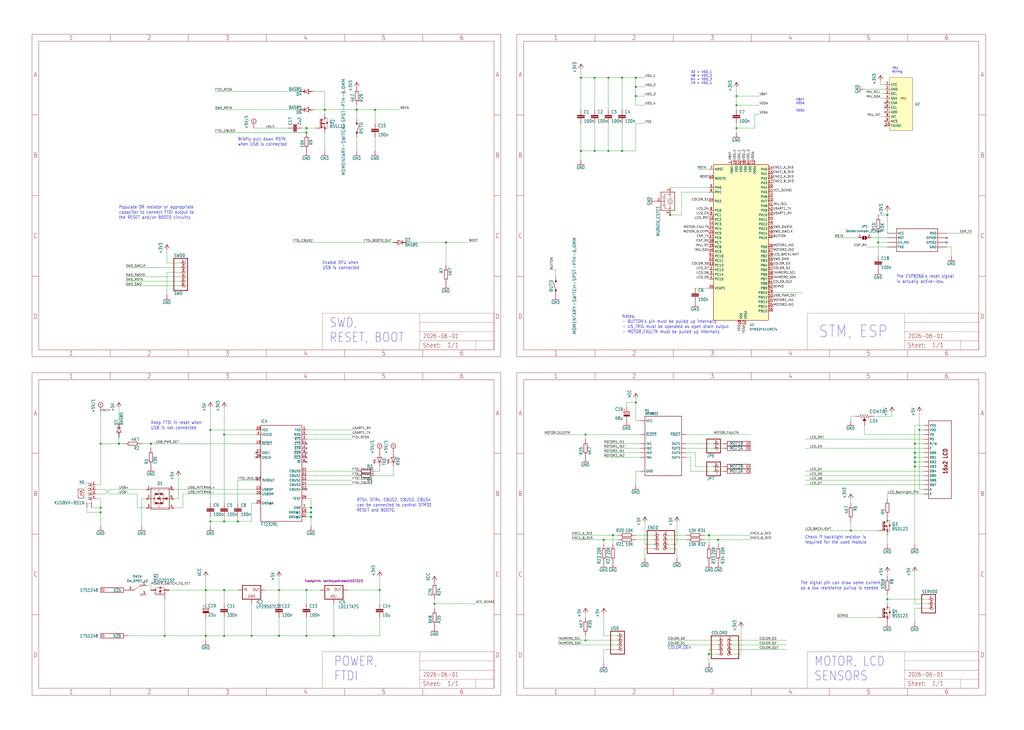
<source format=kicad_sch>
(kicad_sch (version 20250114) (generator "eeschema") (generator_version "9.0")
  (paper "User" 568.655 405.282)
  (text "MOTOR, LCD\nSENSORS" (at 452.12 378.46 0) (effects (font (size 5.08 4.318)) (justify left bottom)))
  (text "Check if backlight resistor is\nrequired for the used module" (at 447.04 302.26 0) (effects (font (size 1.778 1.5113)) (justify left bottom)))
  (text "IMU\nWiring\n" (at 495.3 40.64 0) (effects (font (size 1.27 1.27)) (justify left bottom)))
  (text "Enable DFU when\nUSB is connected" (at 179.07 149.86 0) (effects (font (size 1.778 1.5113)) (justify left bottom)))
  (text "POWER,\nFTDI" (at 185.42 378.46 0) (effects (font (size 5.08 4.318)) (justify left bottom)))
  (text "Briefly pull down RSTN\nwhen USB is connected" (at 132.08 81.28 0) (effects (font (size 1.778 1.5113)) (justify left bottom)))
  (text "32 = VDD_1\n48 = VDD_2\n64 = VDD_3\n19 = VDD_4\n" (at 383.54 46.99 0) (effects (font (size 1.27 1.27)) (justify left bottom)))
  (text "Keep FTDI in reset when\nUSB is not connected" (at 83.82 238.76 0) (effects (font (size 1.778 1.5113)) (justify left bottom)))
  (text "COLOR_OEn" (at 370.84 360.68 0) (effects (font (size 1.778 1.5113)) (justify left bottom)))
  (text "Notes:\n- BUTTON's pin must be pulled up internally\n- US_TRIG must be operated as open drain output\n- MOTOR_FAULTN must be pulled up internally" (at 345.44 185.42 0) (effects (font (size 1.778 1.5113)) (justify left bottom)))
  (text "RTSn, DTRn, CBUS2, CBUS3, CBUS4\ncan be connected to control STM32\nRESET and BOOT0." (at 198.12 284.48 0) (effects (font (size 1.778 1.5113)) (justify left bottom)))
  (text "VBAT\nVDDA\n\nVSSA\n" (at 441.96 62.23 0) (effects (font (size 1.27 1.27)) (justify left bottom)))
  (text "STM, ESP" (at 454.66 187.96 0) (effects (font (size 6.4516 5.4838)) (justify left bottom)))
  (text "SWD,\nRESET, BOOT" (at 182.88 190.5 0) (effects (font (size 5.08 4.318)) (justify left bottom)))
  (text "The signal pin can draw some current,\nso a low resistance pullup is needed" (at 444.5 327.66 0) (effects (font (size 1.778 1.5113)) (justify left bottom)))
  (text "Populate 0R resistor or appropriate\ncapacitor to connect FTDI output to\nthe RESET and/or BOOT0 circuitry" (at 66.04 121.92 0) (effects (font (size 1.778 1.5113)) (justify left bottom)))
  (text "The ESP8266's reset signal\nis actually active-low." (at 497.84 157.48 0) (effects (font (size 1.778 1.5113)) (justify left bottom)))
  (junction (at 508 251.46))
  (junction (at 154.94 327.66))
  (junction (at 172.72 287.02))
  (junction (at 55.88 246.38))
  (junction (at 372.11 119.38))
  (junction (at 345.44 43.18))
  (junction (at 124.46 289.56))
  (junction (at 508 254))
  (junction (at 337.82 43.18))
  (junction (at 335.28 299.72))
  (junction (at 340.36 297.18))
  (junction (at 172.72 281.94))
  (junction (at 170.18 327.66))
  (junction (at 322.58 83.82))
  (junction (at 66.04 246.38))
  (junction (at 472.44 294.64))
  (junction (at 210.82 327.66))
  (junction (at 247.65 134.62))
  (junction (at 208.28 60.96))
  (junction (at 172.72 284.48))
  (junction (at 408.94 71.12))
  (junction (at 322.58 43.18))
  (junction (at 180.34 60.96))
  (junction (at 487.68 134.62))
  (junction (at 398.78 299.72))
  (junction (at 132.08 289.56))
  (junction (at 508 256.54))
  (junction (at 510.54 238.76))
  (junction (at 91.44 353.06))
  (junction (at 170.18 71.12))
  (junction (at 325.12 355.6))
  (junction (at 508 259.08))
  (junction (at 353.06 53.34))
  (junction (at 55.88 281.94))
  (junction (at 345.44 83.82))
  (junction (at 353.06 48.26))
  (junction (at 408.94 53.34))
  (junction (at 116.84 238.76))
  (junction (at 408.94 58.42))
  (junction (at 124.46 353.06))
  (junction (at 83.82 246.38))
  (junction (at 337.82 83.82))
  (junction (at 124.46 327.66))
  (junction (at 330.2 83.82))
  (junction (at 393.7 363.22))
  (junction (at 508 246.38))
  (junction (at 241.3 335.28))
  (junction (at 198.12 60.96))
  (junction (at 170.18 353.06))
  (junction (at 353.06 223.52))
  (junction (at 116.84 289.56))
  (junction (at 353.06 43.18))
  (junction (at 393.7 297.18))
  (junction (at 330.2 43.18))
  (junction (at 114.3 353.06))
  (junction (at 154.94 353.06))
  (junction (at 325.12 241.3))
  (junction (at 124.46 241.3))
  (junction (at 55.88 284.48))
  (junction (at 185.42 353.06))
  (junction (at 114.3 327.66))
  (junction (at 492.76 119.38))
  (junction (at 492.76 332.74))
  (junction (at 170.18 73.66))
  (junction (at 139.7 353.06))
  (no_connect (at 170.18 246.38))
  (no_connect (at 170.18 251.46))
  (no_connect (at 170.18 254))
  (no_connect (at 491.49 59.69))
  (no_connect (at 525.78 132.08))
  (no_connect (at 491.49 69.85))
  (no_connect (at 491.49 62.23))
  (no_connect (at 142.24 251.46))
  (no_connect (at 525.78 134.62))
  (no_connect (at 170.18 248.92))
  (no_connect (at 170.18 256.54))
  (no_connect (at 491.49 57.15))
  (no_connect (at 170.18 271.78))
  (no_connect (at 491.49 67.31))
  (no_connect (at 142.24 254))
  (wire (pts (xy 170.18 71.12) (xy 170.18 73.66)) (stroke (width 0.1524)))
  (wire (pts (xy 510.54 238.76) (xy 510.54 228.6)) (stroke (width 0.1524)))
  (wire (pts (xy 508 254) (xy 508 256.54)) (stroke (width 0.1524)))
  (wire (pts (xy 170.18 335.28) (xy 170.18 327.66)) (stroke (width 0.1524)))
  (wire (pts (xy 525.78 137.16) (xy 528.32 137.16)) (stroke (width 0.1524)))
  (wire (pts (xy 154.94 327.66) (xy 154.94 320.04)) (stroke (width 0.1524)))
  (wire (pts (xy 487.68 119.38) (xy 492.76 119.38)) (stroke (width 0.1524)))
  (wire (pts (xy 353.06 261.62) (xy 353.06 269.24)) (stroke (width 0.1524)))
  (wire (pts (xy 515.62 332.74) (xy 492.76 332.74)) (stroke (width 0.1524)))
  (wire (pts (xy 363.22 302.26) (xy 358.14 302.26)) (stroke (width 0.1524)))
  (wire (pts (xy 100.33 158.75) (xy 69.85 158.75)) (stroke (width 0.1524)))
  (wire (pts (xy 513.08 266.7) (xy 447.04 266.7)) (stroke (width 0.1524)))
  (wire (pts (xy 208.28 83.82) (xy 208.28 76.2)) (stroke (width 0.1524)))
  (wire (pts (xy 124.46 342.9) (xy 124.46 353.06)) (stroke (width 0.1524)))
  (wire (pts (xy 487.68 342.9) (xy 464.82 342.9)) (stroke (width 0.1524)))
  (wire (pts (xy 401.32 261.62) (xy 396.24 261.62)) (stroke (width 0.1524)))
  (wire (pts (xy 142.24 279.4) (xy 139.7 279.4)) (stroke (width 0.1524)))
  (wire (pts (xy 76.2 281.94) (xy 81.28 281.94)) (stroke (width 0.1524)))
  (wire (pts (xy 210.82 335.28) (xy 210.82 327.66)) (stroke (width 0.1524)))
  (wire (pts (xy 132.08 287.02) (xy 132.08 289.56)) (stroke (width 0.1524)))
  (wire (pts (xy 492.76 134.62) (xy 487.68 134.62)) (stroke (width 0.1524)))
  (wire (pts (xy 487.68 129.54) (xy 487.68 134.62)) (stroke (width 0.1524)))
  (wire (pts (xy 78.74 246.38) (xy 83.82 246.38)) (stroke (width 0.1524)))
  (wire (pts (xy 355.6 251.46) (xy 335.28 251.46)) (stroke (width 0.1524)))
  (wire (pts (xy 353.06 233.68) (xy 355.6 233.68)) (stroke (width 0.1524)))
  (wire (pts (xy 180.34 50.8) (xy 180.34 60.96)) (stroke (width 0.1524)))
  (wire (pts (xy 172.72 284.48) (xy 172.72 287.02)) (stroke (width 0.1524)))
  (wire (pts (xy 393.7 368.3) (xy 393.7 363.22)) (stroke (width 0.1524)))
  (wire (pts (xy 172.72 50.8) (xy 180.34 50.8)) (stroke (width 0.1524)))
  (wire (pts (xy 396.24 248.92) (xy 381 248.92)) (stroke (width 0.1524)))
  (wire (pts (xy 55.88 276.86) (xy 55.88 281.94)) (stroke (width 0.1524)))
  (wire (pts (xy 510.54 271.78) (xy 510.54 238.76)) (stroke (width 0.1524)))
  (wire (pts (xy 66.04 226.06) (xy 66.04 236.22)) (stroke (width 0.1524)))
  (wire (pts (xy 330.2 43.18) (xy 337.82 43.18)) (stroke (width 0.1524)))
  (wire (pts (xy 345.44 83.82) (xy 353.06 83.82)) (stroke (width 0.1524)))
  (wire (pts (xy 167.64 60.96) (xy 119.38 60.96)) (stroke (width 0.1524)))
  (wire (pts (xy 378.46 106.68) (xy 378.46 119.38)))
  (wire (pts (xy 91.44 332.74) (xy 91.44 353.06)) (stroke (width 0.1524)))
  (wire (pts (xy 100.33 146.05) (xy 92.71 146.05)) (stroke (width 0.1524)))
  (wire (pts (xy 408.94 53.34) (xy 408.94 58.42)) (stroke (width 0.1524)))
  (wire (pts (xy 492.76 330.2) (xy 492.76 332.74)) (stroke (width 0.1524)))
  (wire (pts (xy 488.95 64.77) (xy 491.49 64.77)))
  (wire (pts (xy 92.71 146.05) (xy 92.71 138.43)) (stroke (width 0.1524)))
  (wire (pts (xy 335.28 302.26) (xy 335.28 299.72)) (stroke (width 0.1524)))
  (wire (pts (xy 363.22 299.72) (xy 353.06 299.72)) (stroke (width 0.1524)))
  (wire (pts (xy 393.7 363.22) (xy 398.78 363.22)) (stroke (width 0.1524)))
  (wire (pts (xy 513.08 238.76) (xy 510.54 238.76)) (stroke (width 0.1524)))
  (wire (pts (xy 124.46 289.56) (xy 116.84 289.56)) (stroke (width 0.1524)))
  (wire (pts (xy 170.18 327.66) (xy 154.94 327.66)) (stroke (width 0.1524)))
  (wire (pts (xy 492.76 129.54) (xy 492.76 119.38)) (stroke (width 0.1524)))
  (wire (pts (xy 408.94 73.66) (xy 408.94 71.12)) (stroke (width 0.1524)))
  (wire (pts (xy 513.08 271.78) (xy 510.54 271.78)) (stroke (width 0.1524)))
  (wire (pts (xy 71.12 353.06) (xy 91.44 353.06)))
  (wire (pts (xy 513.08 264.16) (xy 447.04 264.16)) (stroke (width 0.1524)))
  (wire (pts (xy 170.18 266.7) (xy 195.58 266.7)) (stroke (width 0.1524)))
  (wire (pts (xy 241.3 337.82) (xy 241.3 335.28)) (stroke (width 0.1524)))
  (wire (pts (xy 180.34 60.96) (xy 198.12 60.96)) (stroke (width 0.1524)))
  (wire (pts (xy 353.06 58.42) (xy 358.14 58.42)) (stroke (width 0.1524)))
  (wire (pts (xy 472.44 233.68) (xy 472.44 231.14)) (stroke (width 0.1524)))
  (wire (pts (xy 370.84 299.72) (xy 381 299.72)) (stroke (width 0.1524)))
  (wire (pts (xy 193.04 327.66) (xy 210.82 327.66)) (stroke (width 0.1524)))
  (wire (pts (xy 96.52 281.94) (xy 101.6 281.94)) (stroke (width 0.1524)))
  (wire (pts (xy 513.08 243.84) (xy 447.04 243.84)) (stroke (width 0.1524)))
  (wire (pts (xy 492.76 302.26) (xy 492.76 297.18)) (stroke (width 0.1524)))
  (wire (pts (xy 322.58 60.96) (xy 322.58 43.18)) (stroke (width 0.1524)))
  (wire (pts (xy 180.34 73.66) (xy 180.34 83.82)) (stroke (width 0.1524)))
  (wire (pts (xy 363.22 304.8) (xy 358.14 304.8)) (stroke (width 0.1524)))
  (wire (pts (xy 513.08 248.92) (xy 447.04 248.92)) (stroke (width 0.1524)))
  (wire (pts (xy 480.06 241.3) (xy 513.08 241.3)) (stroke (width 0.1524)))
  (wire (pts (xy 513.08 236.22) (xy 508 236.22)) (stroke (width 0.1524)))
  (wire (pts (xy 335.28 360.68) (xy 335.28 368.3)) (stroke (width 0.1524)))
  (wire (pts (xy 381 254) (xy 383.54 254)) (stroke (width 0.1524)))
  (wire (pts (xy 208.28 60.96) (xy 222.25 60.96)) (stroke (width 0.1524)))
  (wire (pts (xy 124.46 241.3) (xy 124.46 226.06)) (stroke (width 0.1524)))
  (wire (pts (xy 342.9 355.6) (xy 325.12 355.6)) (stroke (width 0.1524)))
  (wire (pts (xy 353.06 48.26) (xy 353.06 53.34)) (stroke (width 0.1524)))
  (wire (pts (xy 370.84 302.26) (xy 375.92 302.26)) (stroke (width 0.1524)))
  (wire (pts (xy 142.24 238.76) (xy 116.84 238.76)) (stroke (width 0.1524)))
  (wire (pts (xy 401.32 246.38) (xy 396.24 246.38)) (stroke (width 0.1524)))
  (wire (pts (xy 140.97 71.12) (xy 160.02 71.12)) (stroke (width 0.1524)))
  (wire (pts (xy 488.95 44.45) (xy 488.95 46.99)))
  (wire (pts (xy 132.08 289.56) (xy 124.46 289.56)) (stroke (width 0.1524)))
  (wire (pts (xy 381 241.3) (xy 416.56 241.3)) (stroke (width 0.1524)))
  (wire (pts (xy 170.18 241.3) (xy 195.58 241.3)) (stroke (width 0.1524)))
  (wire (pts (xy 515.62 335.28) (xy 508 335.28)) (stroke (width 0.1524)))
  (wire (pts (xy 340.36 297.18) (xy 317.5 297.18)) (stroke (width 0.1524)))
  (wire (pts (xy 76.2 274.32) (xy 76.2 281.94)) (stroke (width 0.1524)))
  (wire (pts (xy 342.9 360.68) (xy 335.28 360.68)) (stroke (width 0.1524)))
  (wire (pts (xy 421.64 63.5) (xy 419.1 63.5)) (stroke (width 0.1524)))
  (wire (pts (xy 170.18 269.24) (xy 195.58 269.24)) (stroke (width 0.1524)))
  (wire (pts (xy 210.82 261.62) (xy 210.82 259.08)) (stroke (width 0.1524)))
  (wire (pts (xy 172.72 276.86) (xy 172.72 281.94)) (stroke (width 0.1524)))
  (wire (pts (xy 99.06 276.86) (xy 96.52 276.86)) (stroke (width 0.1524)))
  (wire (pts (xy 60.96 274.32) (xy 76.2 274.32)) (stroke (width 0.1524)))
  (wire (pts (xy 185.42 353.06) (xy 170.18 353.06)) (stroke (width 0.1524)))
  (wire (pts (xy 325.12 243.84) (xy 325.12 241.3)) (stroke (width 0.1524)))
  (wire (pts (xy 421.64 58.42) (xy 408.94 58.42)) (stroke (width 0.1524)))
  (wire (pts (xy 50.8 281.94) (xy 55.88 281.94)) (stroke (width 0.1524)))
  (wire (pts (xy 55.88 284.48) (xy 55.88 292.1)) (stroke (width 0.1524)))
  (wire (pts (xy 172.72 60.96) (xy 180.34 60.96)) (stroke (width 0.1524)))
  (wire (pts (xy 472.44 294.64) (xy 487.68 294.64)) (stroke (width 0.1524)))
  (wire (pts (xy 241.3 335.28) (xy 241.3 332.74)) (stroke (width 0.1524)))
  (wire (pts (xy 492.76 317.5) (xy 492.76 320.04)) (stroke (width 0.1524)))
  (wire (pts (xy 513.08 246.38) (xy 508 246.38)) (stroke (width 0.1524)))
  (wire (pts (xy 124.46 279.4) (xy 124.46 241.3)) (stroke (width 0.1524)))
  (wire (pts (xy 170.18 284.48) (xy 172.72 284.48)) (stroke (width 0.1524)))
  (wire (pts (xy 342.9 358.14) (xy 309.88 358.14)) (stroke (width 0.1524)))
  (wire (pts (xy 370.84 297.18) (xy 381 297.18)) (stroke (width 0.1524)))
  (wire (pts (xy 355.6 254) (xy 335.28 254)) (stroke (width 0.1524)))
  (wire (pts (xy 358.14 304.8) (xy 358.14 309.88)) (stroke (width 0.1524)))
  (wire (pts (xy 353.06 68.58) (xy 353.06 83.82)) (stroke (width 0.1524)))
  (wire (pts (xy 345.44 68.58) (xy 345.44 83.82)) (stroke (width 0.1524)))
  (wire (pts (xy 383.54 261.62) (xy 396.24 261.62)) (stroke (width 0.1524)))
  (wire (pts (xy 55.88 281.94) (xy 55.88 284.48)) (stroke (width 0.1524)))
  (wire (pts (xy 241.3 335.28) (xy 264.16 335.28)) (stroke (width 0.1524)))
  (wire (pts (xy 116.84 287.02) (xy 116.84 289.56)) (stroke (width 0.1524)))
  (wire (pts (xy 114.3 327.66) (xy 114.3 320.04)) (stroke (width 0.1524)))
  (wire (pts (xy 472.44 231.14) (xy 474.98 231.14)) (stroke (width 0.1524)))
  (wire (pts (xy 508 256.54) (xy 508 259.08)) (stroke (width 0.1524)))
  (wire (pts (xy 386.08 251.46) (xy 386.08 259.08)) (stroke (width 0.1524)))
  (wire (pts (xy 53.34 271.78) (xy 58.42 271.78)) (stroke (width 0.1524)))
  (wire (pts (xy 55.88 269.24) (xy 55.88 246.38)) (stroke (width 0.1524)))
  (wire (pts (xy 372.11 104.14) (xy 393.7 104.14)))
  (wire (pts (xy 347.98 226.06) (xy 347.98 223.52)) (stroke (width 0.1524)))
  (wire (pts (xy 55.88 228.6) (xy 55.88 246.38)) (stroke (width 0.1524)))
  (wire (pts (xy 185.42 335.28) (xy 185.42 353.06)) (stroke (width 0.1524)))
  (wire (pts (xy 66.04 246.38) (xy 55.88 246.38)) (stroke (width 0.1524)))
  (wire (pts (xy 198.12 66.04) (xy 198.12 60.96)) (stroke (width 0.1524)))
  (wire (pts (xy 481.33 137.16) (xy 492.76 137.16)))
  (wire (pts (xy 201.93 134.62) (xy 219.71 134.62)) (stroke (width 0.1524)))
  (wire (pts (xy 210.82 353.06) (xy 185.42 353.06)) (stroke (width 0.1524)))
  (wire (pts (xy 513.08 274.32) (xy 492.76 274.32)) (stroke (width 0.1524)))
  (wire (pts (xy 170.18 276.86) (xy 172.72 276.86)) (stroke (width 0.1524)))
  (wire (pts (xy 480.06 49.53) (xy 491.49 49.53)))
  (wire (pts (xy 132.08 266.7) (xy 132.08 279.4)) (stroke (width 0.1524)))
  (wire (pts (xy 491.49 46.99) (xy 488.95 46.99)))
  (wire (pts (xy 114.3 342.9) (xy 114.3 353.06)) (stroke (width 0.1524)))
  (wire (pts (xy 406.4 358.14) (xy 436.88 358.14)) (stroke (width 0.1524)))
  (wire (pts (xy 508 251.46) (xy 508 254)) (stroke (width 0.1524)))
  (wire (pts (xy 355.6 248.92) (xy 335.28 248.92)) (stroke (width 0.1524)))
  (wire (pts (xy 198.12 60.96) (xy 198.12 58.42)) (stroke (width 0.1524)))
  (wire (pts (xy 342.9 297.18) (xy 340.36 297.18)) (stroke (width 0.1524)))
  (wire (pts (xy 100.33 153.67) (xy 69.85 153.67)) (stroke (width 0.1524)))
  (wire (pts (xy 124.46 287.02) (xy 124.46 289.56)) (stroke (width 0.1524)))
  (wire (pts (xy 513.08 254) (xy 508 254)) (stroke (width 0.1524)))
  (wire (pts (xy 325.12 355.6) (xy 309.88 355.6)) (stroke (width 0.1524)))
  (wire (pts (xy 398.78 360.68) (xy 393.7 360.68)) (stroke (width 0.1524)))
  (wire (pts (xy 53.34 269.24) (xy 55.88 269.24)) (stroke (width 0.1524)))
  (wire (pts (xy 66.04 241.3) (xy 66.04 246.38)) (stroke (width 0.1524)))
  (wire (pts (xy 48.26 284.48) (xy 55.88 284.48)) (stroke (width 0.1524)))
  (wire (pts (xy 492.76 332.74) (xy 492.76 335.28)) (stroke (width 0.1524)))
  (wire (pts (xy 53.34 276.86) (xy 55.88 276.86)) (stroke (width 0.1524)))
  (wire (pts (xy 401.32 259.08) (xy 396.24 259.08)) (stroke (width 0.1524)))
  (wire (pts (xy 406.4 355.6) (xy 436.88 355.6)) (stroke (width 0.1524)))
  (wire (pts (xy 322.58 43.18) (xy 330.2 43.18)) (stroke (width 0.1524)))
  (wire (pts (xy 172.72 281.94) (xy 172.72 284.48)) (stroke (width 0.1524)))
  (wire (pts (xy 170.18 261.62) (xy 198.12 261.62)) (stroke (width 0.1524)))
  (wire (pts (xy 472.44 289.56) (xy 472.44 294.64)) (stroke (width 0.1524)))
  (wire (pts (xy 208.28 264.16) (xy 218.44 264.16)) (stroke (width 0.1524)))
  (wire (pts (xy 139.7 353.06) (xy 154.94 353.06)) (stroke (width 0.1524)))
  (wire (pts (xy 119.38 73.66) (xy 170.18 73.66)) (stroke (width 0.1524)))
  (wire (pts (xy 488.95 52.07) (xy 491.49 52.07)))
  (wire (pts (xy 124.46 327.66) (xy 114.3 327.66)) (stroke (width 0.1524)))
  (wire (pts (xy 208.28 261.62) (xy 210.82 261.62)) (stroke (width 0.1524)))
  (wire (pts (xy 513.08 251.46) (xy 508 251.46)) (stroke (width 0.1524)))
  (wire (pts (xy 513.08 269.24) (xy 447.04 269.24)) (stroke (width 0.1524)))
  (wire (pts (xy 83.82 325.12) (xy 83.82 327.66)))
  (wire (pts (xy 508 337.82) (xy 508 345.44)) (stroke (width 0.1524)))
  (wire (pts (xy 154.94 335.28) (xy 154.94 327.66)) (stroke (width 0.1524)))
  (wire (pts (xy 170.18 281.94) (xy 172.72 281.94)) (stroke (width 0.1524)))
  (wire (pts (xy 68.58 246.38) (xy 66.04 246.38)) (stroke (width 0.1524)))
  (wire (pts (xy 387.35 93.98) (xy 393.7 93.98)))
  (wire (pts (xy 78.74 292.1) (xy 78.74 276.86)) (stroke (width 0.1524)))
  (wire (pts (xy 508 259.08) (xy 508 302.26)) (stroke (width 0.1524)))
  (wire (pts (xy 391.16 297.18) (xy 393.7 297.18)) (stroke (width 0.1524)))
  (wire (pts (xy 495.3 228.6) (xy 495.3 231.14)) (stroke (width 0.1524)))
  (wire (pts (xy 119.38 50.8) (xy 167.64 50.8)) (stroke (width 0.1524)))
  (wire (pts (xy 393.7 106.68) (xy 378.46 106.68)))
  (wire (pts (xy 408.94 48.26) (xy 408.94 53.34)) (stroke (width 0.1524)))
  (wire (pts (xy 260.35 134.62) (xy 247.65 134.62)) (stroke (width 0.1524)))
  (wire (pts (xy 370.84 304.8) (xy 375.92 304.8)) (stroke (width 0.1524)))
  (wire (pts (xy 383.54 254) (xy 383.54 261.62)) (stroke (width 0.1524)))
  (wire (pts (xy 83.82 246.38) (xy 142.24 246.38)) (stroke (width 0.1524)))
  (wire (pts (xy 58.42 271.78) (xy 60.96 274.32)) (stroke (width 0.1524)))
  (wire (pts (xy 142.24 266.7) (xy 132.08 266.7)) (stroke (width 0.1524)))
  (wire (pts (xy 483.87 132.08) (xy 492.76 132.08)) (stroke (width 0.1524)))
  (wire (pts (xy 358.14 53.34) (xy 353.06 53.34)) (stroke (width 0.1524)))
  (wire (pts (xy 381 246.38) (xy 396.24 246.38)) (stroke (width 0.1524)))
  (wire (pts (xy 170.18 353.06) (xy 154.94 353.06)) (stroke (width 0.1524)))
  (wire (pts (xy 472.44 294.64) (xy 447.04 294.64)) (stroke (width 0.1524)))
  (wire (pts (xy 408.94 71.12) (xy 419.1 71.12)) (stroke (width 0.1524)))
  (wire (pts (xy 101.6 274.32) (xy 101.6 281.94)) (stroke (width 0.1524)))
  (wire (pts (xy 345.44 60.96) (xy 345.44 43.18)) (stroke (width 0.1524)))
  (wire (pts (xy 347.98 223.52) (xy 353.06 223.52)) (stroke (width 0.1524)))
  (wire (pts (xy 170.18 264.16) (xy 198.12 264.16)) (stroke (width 0.1524)))
  (wire (pts (xy 353.06 53.34) (xy 353.06 58.42)) (stroke (width 0.1524)))
  (wire (pts (xy 330.2 68.58) (xy 330.2 83.82)) (stroke (width 0.1524)))
  (wire (pts (xy 393.7 302.26) (xy 393.7 297.18)) (stroke (width 0.1524)))
  (wire (pts (xy 515.62 337.82) (xy 508 337.82)) (stroke (width 0.1524)))
  (wire (pts (xy 355.6 261.62) (xy 353.06 261.62)) (stroke (width 0.1524)))
  (wire (pts (xy 139.7 289.56) (xy 132.08 289.56)) (stroke (width 0.1524)))
  (wire (pts (xy 180.34 63.5) (xy 180.34 60.96)) (stroke (width 0.1524)))
  (wire (pts (xy 116.84 238.76) (xy 116.84 226.06)) (stroke (width 0.1524)))
  (wire (pts (xy 386.08 259.08) (xy 396.24 259.08)) (stroke (width 0.1524)))
  (wire (pts (xy 170.18 342.9) (xy 170.18 353.06)) (stroke (width 0.1524)))
  (wire (pts (xy 355.6 246.38) (xy 335.28 246.38)) (stroke (width 0.1524)))
  (wire (pts (xy 487.68 142.24) (xy 487.68 134.62)) (stroke (width 0.1524)))
  (wire (pts (xy 342.9 353.06) (xy 335.28 353.06)) (stroke (width 0.1524)))
  (wire (pts (xy 177.8 327.66) (xy 170.18 327.66)) (stroke (width 0.1524)))
  (wire (pts (xy 139.7 279.4) (xy 139.7 289.56)) (stroke (width 0.1524)))
  (wire (pts (xy 210.82 342.9) (xy 210.82 353.06)) (stroke (width 0.1524)))
  (wire (pts (xy 372.11 119.38) (xy 372.11 118.11)))
  (wire (pts (xy 337.82 60.96) (xy 337.82 43.18)) (stroke (width 0.1524)))
  (wire (pts (xy 322.58 38.1) (xy 322.58 43.18)) (stroke (width 0.1524)))
  (wire (pts (xy 495.3 231.14) (xy 485.14 231.14)) (stroke (width 0.1524)))
  (wire (pts (xy 419.1 63.5) (xy 419.1 71.12)) (stroke (width 0.1524)))
  (wire (pts (xy 335.28 299.72) (xy 317.5 299.72)) (stroke (width 0.1524)))
  (wire (pts (xy 218.44 264.16) (xy 218.44 259.08)) (stroke (width 0.1524)))
  (wire (pts (xy 170.18 243.84) (xy 195.4276 243.84)) (stroke (width 0.1524)))
  (wire (pts (xy 375.92 304.8) (xy 375.92 309.88)) (stroke (width 0.1524)))
  (wire (pts (xy 353.06 223.52) (xy 353.06 233.68)) (stroke (width 0.1524)))
  (wire (pts (xy 398.78 358.14) (xy 370.84 358.14)) (stroke (width 0.1524)))
  (wire (pts (xy 528.32 137.16) (xy 528.32 142.24)) (stroke (width 0.1524)))
  (wire (pts (xy 307.34 149.86) (xy 308.61 149.86)) (stroke (width 0.1524)))
  (wire (pts (xy 322.58 83.82) (xy 330.2 83.82)) (stroke (width 0.1524)))
  (wire (pts (xy 408.94 58.42) (xy 408.94 60.96)) (stroke (width 0.1524)))
  (wire (pts (xy 513.08 256.54) (xy 508 256.54)) (stroke (width 0.1524)))
  (wire (pts (xy 401.32 248.92) (xy 396.24 248.92)) (stroke (width 0.1524)))
  (wire (pts (xy 363.22 297.18) (xy 353.06 297.18)) (stroke (width 0.1524)))
  (wire (pts (xy 358.14 48.26) (xy 353.06 48.26)) (stroke (width 0.1524)))
  (wire (pts (xy 421.64 53.34) (xy 408.94 53.34)) (stroke (width 0.1524)))
  (wire (pts (xy 210.82 327.66) (xy 210.82 320.04)) (stroke (width 0.1524)))
  (wire (pts (xy 398.78 299.72) (xy 416.56 299.72)) (stroke (width 0.1524)))
  (wire (pts (xy 508 236.22) (xy 508 246.38)) (stroke (width 0.1524)))
  (wire (pts (xy 472.44 276.86) (xy 472.44 279.4)) (stroke (width 0.1524)))
  (wire (pts (xy 337.82 83.82) (xy 345.44 83.82)) (stroke (width 0.1524)))
  (wire (pts (xy 132.08 327.66) (xy 124.46 327.66)) (stroke (width 0.1524)))
  (wire (pts (xy 358.14 302.26) (xy 358.14 289.56)) (stroke (width 0.1524)))
  (wire (pts (xy 330.2 83.82) (xy 337.82 83.82)) (stroke (width 0.1524)))
  (wire (pts (xy 247.65 134.62) (xy 247.65 147.32)) (stroke (width 0.1524)))
  (wire (pts (xy 124.46 335.28) (xy 124.46 327.66)) (stroke (width 0.1524)))
  (wire (pts (xy 406.4 363.22) (xy 411.48 363.22)) (stroke (width 0.1524)))
  (wire (pts (xy 53.34 274.32) (xy 58.42 274.32)) (stroke (width 0.1524)))
  (wire (pts (xy 81.28 325.12) (xy 83.82 325.12)))
  (wire (pts (xy 322.58 88.9) (xy 322.58 83.82)) (stroke (width 0.1524)))
  (wire (pts (xy 60.96 271.78) (xy 81.28 271.78)) (stroke (width 0.1524)))
  (wire (pts (xy 100.33 151.13) (xy 92.71 151.13)) (stroke (width 0.1524)))
  (wire (pts (xy 114.3 353.06) (xy 114.3 355.6)) (stroke (width 0.1524)))
  (wire (pts (xy 100.33 156.21) (xy 69.85 156.21)) (stroke (width 0.1524)))
  (wire (pts (xy 463.55 132.08) (xy 476.25 132.08)))
  (wire (pts (xy 91.44 353.06) (xy 114.3 353.06)) (stroke (width 0.1524)))
  (wire (pts (xy 342.9 299.72) (xy 335.28 299.72)) (stroke (width 0.1524)))
  (wire (pts (xy 353.06 43.18) (xy 353.06 48.26)) (stroke (width 0.1524)))
  (wire (pts (xy 322.58 68.58) (xy 322.58 83.82)) (stroke (width 0.1524)))
  (wire (pts (xy 429.26 162.56) (xy 445.77 162.56)))
  (wire (pts (xy 154.94 342.9) (xy 154.94 353.06)) (stroke (width 0.1524)))
  (wire (pts (xy 492.76 274.32) (xy 492.76 276.86)) (stroke (width 0.1524)))
  (wire (pts (xy 325.12 353.06) (xy 325.12 355.6)) (stroke (width 0.1524)))
  (wire (pts (xy 492.76 119.38) (xy 492.76 116.84)) (stroke (width 0.1524)))
  (wire (pts (xy 480.06 236.22) (xy 480.06 241.3)) (stroke (width 0.1524)))
  (wire (pts (xy 337.82 68.58) (xy 337.82 83.82)) (stroke (width 0.1524)))
  (wire (pts (xy 198.12 60.96) (xy 208.28 60.96)) (stroke (width 0.1524)))
  (wire (pts (xy 353.06 68.58) (xy 358.14 68.58)) (stroke (width 0.1524)))
  (wire (pts (xy 96.52 271.78) (xy 142.24 271.78)) (stroke (width 0.1524)))
  (wire (pts (xy 353.06 220.98) (xy 353.06 223.52)) (stroke (width 0.1524)))
  (wire (pts (xy 92.71 151.13) (xy 92.71 163.83)) (stroke (width 0.1524)))
  (wire (pts (xy 335.28 353.06) (xy 335.28 340.36)) (stroke (width 0.1524)))
  (wire (pts (xy 142.24 241.3) (xy 124.46 241.3)) (stroke (width 0.1524)))
  (wire (pts (xy 398.78 302.26) (xy 398.78 299.72)) (stroke (width 0.1524)))
  (wire (pts (xy 513.08 259.08) (xy 508 259.08)) (stroke (width 0.1524)))
  (wire (pts (xy 325.12 241.3) (xy 302.26 241.3)) (stroke (width 0.1524)))
  (wire (pts (xy 208.28 68.58) (xy 208.28 60.96)) (stroke (width 0.1524)))
  (wire (pts (xy 355.6 241.3) (xy 325.12 241.3)) (stroke (width 0.1524)))
  (wire (pts (xy 393.7 360.68) (xy 393.7 363.22)) (stroke (width 0.1524)))
  (wire (pts (xy 340.36 302.26) (xy 340.36 297.18)) (stroke (width 0.1524)))
  (wire (pts (xy 408.94 71.12) (xy 408.94 68.58)) (stroke (width 0.1524)))
  (wire (pts (xy 170.18 238.76) (xy 195.58 238.76)) (stroke (width 0.1524)))
  (wire (pts (xy 58.42 274.32) (xy 60.96 271.78)) (stroke (width 0.1524)))
  (wire (pts (xy 308.61 149.86) (xy 308.61 153.67)) (stroke (width 0.1524)))
  (wire (pts (xy 78.74 276.86) (xy 81.28 276.86)) (stroke (width 0.1524)))
  (wire (pts (xy 99.06 264.16) (xy 99.06 276.86)) (stroke (width 0.1524)))
  (wire (pts (xy 539.75 129.54) (xy 525.78 129.54)) (stroke (width 0.1524)))
  (wire (pts (xy 48.26 281.94) (xy 48.26 284.48)) (stroke (width 0.1524)))
  (wire (pts (xy 375.92 302.26) (xy 375.92 289.56)) (stroke (width 0.1524)))
  (wire (pts (xy 345.44 43.18) (xy 353.06 43.18)) (stroke (width 0.1524)))
  (wire (pts (xy 513.08 261.62) (xy 447.04 261.62)) (stroke (width 0.1524)))
  (wire (pts (xy 114.3 335.28) (xy 114.3 327.66)) (stroke (width 0.1524)))
  (wire (pts (xy 508 246.38) (xy 508 251.46)) (stroke (width 0.1524)))
  (wire (pts (xy 330.2 60.96) (xy 330.2 43.18)) (stroke (width 0.1524)))
  (wire (pts (xy 198.12 83.82) (xy 198.12 76.2)) (stroke (width 0.1524)))
  (wire (pts (xy 411.48 363.22) (xy 411.48 347.98)) (stroke (width 0.1524)))
  (wire (pts (xy 142.24 274.32) (xy 101.6 274.32)) (stroke (width 0.1524)))
  (wire (pts (xy 488.95 54.61) (xy 491.49 54.61)))
  (wire (pts (xy 378.46 119.38) (xy 372.11 119.38)))
  (wire (pts (xy 391.16 299.72) (xy 398.78 299.72)) (stroke (width 0.1524)))
  (wire (pts (xy 100.33 148.59) (xy 69.85 148.59)) (stroke (width 0.1524)))
  (wire (pts (xy 162.56 134.62) (xy 201.93 134.62)))
  (wire (pts (xy 393.7 297.18) (xy 416.56 297.18)) (stroke (width 0.1524)))
  (wire (pts (xy 147.32 327.66) (xy 154.94 327.66)) (stroke (width 0.1524)))
  (wire (pts (xy 172.72 287.02) (xy 172.72 292.1)) (stroke (width 0.1524)))
  (wire (pts (xy 337.82 43.18) (xy 345.44 43.18)) (stroke (width 0.1524)))
  (wire (pts (xy 224.79 134.62) (xy 247.65 134.62)) (stroke (width 0.1524)))
  (wire (pts (xy 406.4 360.68) (xy 436.88 360.68)) (stroke (width 0.1524)))
  (wire (pts (xy 358.14 43.18) (xy 353.06 43.18)) (stroke (width 0.1524)))
  (wire (pts (xy 170.18 71.12) (xy 175.26 71.12)) (stroke (width 0.1524)))
  (wire (pts (xy 93.98 327.66) (xy 114.3 327.66)) (stroke (width 0.1524)))
  (wire (pts (xy 325.12 342.9) (xy 325.12 340.36)) (stroke (width 0.1524)))
  (wire (pts (xy 167.64 71.12) (xy 170.18 71.12)) (stroke (width 0.1524)))
  (wire (pts (xy 116.84 292.1) (xy 116.84 289.56)) (stroke (width 0.1524)))
  (wire (pts (xy 124.46 353.06) (xy 139.7 353.06)) (stroke (width 0.1524)))
  (wire (pts (xy 386.08 160.02) (xy 393.7 160.02)))
  (wire (pts (xy 139.7 335.28) (xy 139.7 353.06)) (stroke (width 0.1524)))
  (wire (pts (xy 116.84 238.76) (xy 116.84 279.4)) (stroke (width 0.1524)))
  (wire (pts (xy 114.3 353.06) (xy 124.46 353.06)) (stroke (width 0.1524)))
  (wire (pts (xy 381 251.46) (xy 386.08 251.46)) (stroke (width 0.1524)))
  (wire (pts (xy 83.82 248.92) (xy 83.82 246.38)) (stroke (width 0.1524)))
  (wire (pts (xy 508 335.28) (xy 508 317.5)) (stroke (width 0.1524)))
  (wire (pts (xy 170.18 287.02) (xy 172.72 287.02)) (stroke (width 0.1524)))
  (wire (pts (xy 398.78 355.6) (xy 370.84 355.6)) (stroke (width 0.1524)))
  (label "RSTN" (at 463.55 132.08 0) (effects (font (size 1.2446 1.2446))))
  (label "ENC1_B_3V3" (at 317.5 299.72 0) (effects (font (size 1.2446 1.2446))))
  (label "COLOR_S2" (at 429.26 149.86 0) (effects (font (size 1.2446 1.2446))))
  (label "SERVO" (at 429.26 160.02 0) (effects (font (size 1.2446 1.2446))))
  (label "COLOR_OUT" (at 421.64 360.68 0) (effects (font (size 1.2446 1.2446))))
  (label "IMU_SDA" (at 488.95 54.61 180))
  (label "LCD_RST" (at 449.58 243.84 0) (effects (font (size 1.2446 1.2446))))
  (label "FTDI_CBUS2" (at 162.56 134.62 0) (effects (font (size 1.2446 1.2446))))
  (label "USB_PWR_DET" (at 429.26 165.1 0) (effects (font (size 1.2446 1.2446))))
  (label "ESP_TX" (at 539.75 129.54 180) (effects (font (size 1.2446 1.2446))))
  (label "SWD_SWO" (at 429.26 144.78 0) (effects (font (size 1.2446 1.2446))))
  (label "LCD_D5" (at 393.7 154.94 180) (effects (font (size 1.2446 1.2446))))
  (label "USART1_RX" (at 429.26 119.38 0) (effects (font (size 1.2446 1.2446))))
  (label "VCC_SENSE" (at 264.16 335.28 0) (effects (font (size 1.2446 1.2446))))
  (label "IMU_SCL" (at 488.95 52.07 180))
  (label "BOOT" (at 260.35 134.62 0))
  (label "SWD_SWDIO" (at 429.26 127 0) (effects (font (size 1.2446 1.2446))))
  (label "ENC2_A_3V3" (at 416.56 297.18 0) (effects (font (size 1.2446 1.2446))))
  (label "RSTN" (at 222.25 60.96 0) (effects (font (size 1.2446 1.2446))))
  (label "LCD_D5" (at 449.58 264.16 0) (effects (font (size 1.2446 1.2446))))
  (label "RSTN" (at 387.35 93.98 0) (effects (font (size 1.2446 1.2446))))
  (label "FTDI_CBUS2" (at 195.58 266.7 0) (effects (font (size 1.2446 1.2446))))
  (label "LCD_EN" (at 449.58 248.92 0) (effects (font (size 1.2446 1.2446))))
  (label "LCD_D7" (at 449.58 269.24 0) (effects (font (size 1.2446 1.2446))))
  (label "ENC2_A_3V3" (at 429.26 99.06 0) (effects (font (size 1.2446 1.2446))))
  (label "FTDI_RTSN" (at 119.38 50.8 0) (effects (font (size 1.2446 1.2446))))
  (label "FTDI_3V3_OUT" (at 132.08 266.7 0))
  (label "LCD_D4" (at 449.58 261.62 0) (effects (font (size 1.2446 1.2446))))
  (label "ENC2_B_3V3" (at 429.26 101.6 0) (effects (font (size 1.2446 1.2446))))
  (label "COLOR_S1" (at 393.7 111.76 180) (effects (font (size 1.2446 1.2446))))
  (label "SWD_RSTN" (at 69.85 156.21 0) (effects (font (size 1.2446 1.2446))))
  (label "COLOR_S2" (at 421.64 358.14 0) (effects (font (size 1.2446 1.2446))))
  (label "FTDI_CBUS3" (at 195.58 269.24 0) (effects (font (size 1.2446 1.2446))))
  (label "USB_INTERNAL+" (at 104.14 271.78 0))
  (label "SWD_SWDIO" (at 69.85 153.67 0) (effects (font (size 1.2446 1.2446))))
  (label "VSS" (at 358.14 68.58 0))
  (label "ESP_RX" (at 481.33 137.16 180) (effects (font (size 1.2446 1.2446))))
  (label "COLOR_S0" (at 370.84 355.6 0) (effects (font (size 1.2446 1.2446))))
  (label "VDD_4" (at 358.14 58.42 0))
  (label "USB+" (at 66.04 271.78 0))
  (label "LCD_RST" (at 393.7 121.92 180) (effects (font (size 1.2446 1.2446))))
  (label "VSS" (at 411.48 180.34 270))
  (label "VBAT" (at 406.4 88.9 90))
  (label "FTDI_BOOT0_OUT" (at 201.93 134.62 0) (effects (font (size 1.2446 1.2446))))
  (label "SERVO" (at 464.82 342.9 0) (effects (font (size 1.2446 1.2446))))
  (label "VDD_3" (at 416.56 88.9 90))
  (label "USB_PWR_DET" (at 86.36 246.38 0) (effects (font (size 1.2446 1.2446))))
  (label "BUTTON" (at 307.34 149.86 90) (effects (font (size 1.2446 1.2446))))
  (label "USART1_TX" (at 429.26 116.84 0) (effects (font (size 1.2446 1.2446))))
  (label "POWER_SWITCH_TO_FET" (at 83.82 325.12 0))
  (label "VDD_3" (at 358.14 53.34 0))
  (label "IMU_INT" (at 393.7 137.16 180))
  (label "MOTOR1_IN1" (at 429.26 167.64 0) (effects (font (size 1.2446 1.2446))))
  (label "VDD_2" (at 414.02 88.9 90))
  (label "BUTTON" (at 429.26 132.08 0) (effects (font (size 1.2446 1.2446))))
  (label "TAVMERO_SCL" (at 309.88 355.6 0) (effects (font (size 1.2446 1.2446))))
  (label "+5V/1" (at 55.88 228.6 0) (effects (font (size 1.016 1.016))))
  (label "TAVMERO_SDA" (at 429.26 154.94 0) (effects (font (size 1.2446 1.2446))))
  (label "SWD_RSTN" (at 119.38 60.96 0) (effects (font (size 1.2446 1.2446))))
  (label "MOTOR2_IN1" (at 429.26 170.18 0) (effects (font (size 1.2446 1.2446))))
  (label "COLOR_S1" (at 370.84 358.14 0) (effects (font (size 1.2446 1.2446))))
  (label "VBAT" (at 421.64 53.34 0))
  (label "SWD_SWO" (at 69.85 158.75 0) (effects (font (size 1.2446 1.2446))))
  (label "USART1_RX" (at 195.58 238.76 0) (effects (font (size 1.2446 1.2446))))
  (label "MOTOR_FAULTN" (at 393.7 127 180) (effects (font (size 1.2446 1.2446))))
  (label "MOTOR2_IN2" (at 335.28 254 0) (effects (font (size 1.2446 1.2446))))
  (label "ENC1_A_3V3" (at 429.26 93.98 0) (effects (font (size 1.2446 1.2446))))
  (label "VCC_SENSE" (at 429.26 106.68 0) (effects (font (size 1.2446 1.2446))))
  (label "SWD_SWCLK" (at 69.85 148.59 0) (effects (font (size 1.2446 1.2446))))
  (label "FTDI_RTSN" (at 195.4276 243.84 0) (effects (font (size 1.2446 1.2446))))
  (label "VDDA" (at 419.1 88.9 90))
  (label "SWD_SWCLK" (at 429.26 129.54 0) (effects (font (size 1.2446 1.2446))))
  (label "USB-" (at 66.04 274.32 0))
  (label "FTDI_CBUS3" (at 119.38 73.66 0) (effects (font (size 1.2446 1.2446))))
  (label "BOOT" (at 393.7 99.06 180))
  (label "ESP_TX" (at 393.7 132.08 180) (effects (font (size 1.2446 1.2446))))
  (label "LCD_BACKLIGHT" (at 447.04 294.64 0) (effects (font (size 1.2446 1.2446))))
  (label "TAVMERO_SDA" (at 309.88 358.14 0) (effects (font (size 1.2446 1.2446))))
  (label "USART1_TX" (at 195.58 241.3 0) (effects (font (size 1.2446 1.2446))))
  (label "VDD_1" (at 358.14 43.18 0))
  (label "MOTOR_SLEEPN" (at 393.7 129.54 180) (effects (font (size 1.2446 1.2446))))
  (label "VSSA" (at 421.64 63.5 0))
  (label "TAVMERO_SCL" (at 429.26 152.4 0) (effects (font (size 1.2446 1.2446))))
  (label "VDD_2" (at 358.14 48.26 0))
  (label "LCD_BACKLIGHT" (at 429.26 142.24 0) (effects (font (size 1.2446 1.2446))))
  (label "MOTOR1_IN2" (at 335.28 248.92 0) (effects (font (size 1.2446 1.2446))))
  (label "FTDI_TXLEDN" (at 195.58 261.62 0) (effects (font (size 1.2446 1.2446))))
  (label "MOTOR_SLEEPN" (at 302.26 241.3 0) (effects (font (size 1.2446 1.2446))))
  (label "LCD_D7" (at 393.7 149.86 180) (effects (font (size 1.2446 1.2446))))
  (label "MOTOR_FAULTN" (at 396.24 241.3 0) (effects (font (size 1.2446 1.2446))))
  (label "MOTOR1_IN2" (at 429.26 137.16 0) (effects (font (size 1.2446 1.2446))))
  (label "ENC2_B_3V3" (at 416.56 299.72 0) (effects (font (size 1.2446 1.2446))))
  (label "VSSA" (at 414.02 180.34 270))
  (label "MOTOR1_IN1" (at 335.28 246.38 0) (effects (font (size 1.2446 1.2446))))
  (label "USB_INTERNAL-" (at 104.14 274.32 0))
  (label "IMU_SCL" (at 429.26 114.3 0))
  (label "LCD_D6" (at 449.58 266.7 0) (effects (font (size 1.2446 1.2446))))
  (label "COLOR_S0" (at 393.7 147.32 180) (effects (font (size 1.2446 1.2446))))
  (label "COLOR_S3" (at 429.26 147.32 0) (effects (font (size 1.2446 1.2446))))
  (label "COLOR_S3" (at 421.64 355.6 0) (effects (font (size 1.2446 1.2446))))
  (label "COLOR_OUT" (at 429.26 157.48 0) (effects (font (size 1.2446 1.2446))))
  (label "VDD_1" (at 411.48 88.9 90))
  (label "LCD_D6" (at 393.7 152.4 180) (effects (font (size 1.2446 1.2446))))
  (label "LCD_D4" (at 393.7 116.84 180) (effects (font (size 1.2446 1.2446))))
  (label "ESP_RX" (at 393.7 134.62 180) (effects (font (size 1.2446 1.2446))))
  (label "LCD_Backlight_Pin" (at 492.76 274.32 0))
  (label "ENC1_A_3V3" (at 317.5 297.18 0) (effects (font (size 1.2446 1.2446))))
  (label "MOTOR2_IN1" (at 335.28 251.46 0) (effects (font (size 1.2446 1.2446))))
  (label "FTDI_RXLEDN" (at 195.58 264.16 0) (effects (font (size 1.2446 1.2446))))
  (label "LCD_EN" (at 393.7 119.38 180) (effects (font (size 1.2446 1.2446))))
  (label "IMU_INT" (at 488.95 64.77 180))
  (label "VDDA" (at 421.64 58.42 0))
  (label "IMU_SDA" (at 393.7 139.7 180))
  (label "ENC1_B_3V3" (at 429.26 96.52 0) (effects (font (size 1.2446 1.2446))))
  (label "VDD_4" (at 408.94 88.9 90))
  (label "MOTOR2_IN2" (at 429.26 139.7 0) (effects (font (size 1.2446 1.2446))))
  (label "+5V/1" (at 147.32 71.12 0) (effects (font (size 1.016 1.016))))
  (symbol (lib_id "tanfolyamrobot-eagle-import:+5V/1") (at 55.88 226.06 0) (unit 1)
    (property "Reference" "#SUPPLY01" (effects (hide yes)))
    (property "Value" "+5V/1" (at 52.705 229.235 90) (effects (font (size 1.778 1.5113)) (justify left bottom)))
  )
  (symbol (lib_id "tanfolyamrobot-eagle-import:+3V3") (at 198.12 45.72 0) (unit 1)
    (property "Reference" "#+3V011" (effects (hide yes)))
    (property "Value" "+3V3" (at 195.58 50.8 90) (effects (font (size 1.778 1.5113)) (justify left bottom)))
  )
  (symbol (lib_id "tanfolyamrobot-eagle-import:GND") (at 172.72 294.64 0) (unit 1)
    (property "Reference" "#GND07" (effects (hide yes)))
    (property "Value" "GND" (at 170.18 297.18 0) (effects (font (size 1.778 1.5113)) (justify left bottom)))
  )
  (symbol (lib_id "tanfolyamrobot-eagle-import:GND") (at 198.12 86.36 0) (unit 1)
    (property "Reference" "#GND026" (effects (hide yes)))
    (property "Value" "GND" (at 195.58 88.9 0) (effects (font (size 1.778 1.5113)) (justify left bottom)))
  )
  (symbol (lib_id "tanfolyamrobot-eagle-import:+5V/1") (at 210.82 248.92 0) (unit 1)
    (property "Reference" "#SUPPLY02" (effects (hide yes)))
    (property "Value" "+5V/1" (at 207.645 252.095 90) (effects (font (size 1.778 1.5113)) (justify left bottom)))
  )
  (symbol (lib_id "tanfolyamrobot-eagle-import:R-EU_R0603") (at 203.2 261.62 180) (unit 1)
    (property "Reference" "R3" (at 207.01 258.0386 0) (effects (font (size 1.778 1.5113)) (justify left bottom)))
    (property "Value" "R-EU_R0603" (effects (hide yes)))
    (property "Footprint" "tanfolyamrobot:R0603" (effects (hide yes)))
  )
  (symbol (lib_id "tanfolyamrobot-eagle-import:R-EU_R0603") (at 203.2 264.16 180) (unit 1)
    (property "Reference" "R4" (at 207.01 265.6586 0) (effects (font (size 1.778 1.5113)) (justify left bottom)))
    (property "Value" "R-EU_R0603" (effects (hide yes)))
    (property "Footprint" "tanfolyamrobot:R0603" (effects (hide yes)))
  )
  (symbol (lib_id "tanfolyamrobot-eagle-import:R-EU_R0603") (at 325.12 347.98 270) (unit 1)
    (property "Reference" "R30" (at 326.6186 344.17 0) (effects (font (size 1.778 1.5113)) (justify left bottom)))
    (property "Value" "4K7" (at 321.818 344.17 0) (effects (font (size 1.778 1.5113)) (justify left bottom)))
    (property "Footprint" "tanfolyamrobot:R0603" (effects (hide yes)))
  )
  (symbol (lib_id "tanfolyamrobot-eagle-import:MURATA_CSTCE") (at 372.11 111.76 270) (unit 1)
    (property "Reference" "X1" (effects (hide yes)))
    (property "Value" "MURATA_CSTCE" (at 364.49 114.3 0) (effects (font (size 1.778 1.5113)) (justify left bottom)))
    (property "Footprint" "tanfolyamrobot:CSTCE" (effects (hide yes)))
  )
  (symbol (lib_id "tanfolyamrobot-eagle-import:GND") (at 375.92 312.42 0) (unit 1)
    (property "Reference" "#GND029" (effects (hide yes)))
    (property "Value" "GND" (at 373.38 314.96 0) (effects (font (size 1.778 1.5113)) (justify left bottom)))
  )
  (symbol (lib_id "tanfolyamrobot-eagle-import:C-EUC0603") (at 162.56 71.12 90) (unit 1)
    (property "Reference" "C17" (at 162.179 69.596 0) (effects (font (size 1.778 1.5113)) (justify left bottom)))
    (property "Value" "2u2" (at 167.259 69.596 0) (effects (font (size 1.778 1.5113)) (justify left bottom)))
    (property "Footprint" "tanfolyamrobot:C0603" (effects (hide yes)))
  )
  (symbol (lib_id "tanfolyamrobot-eagle-import:+5V") (at 492.76 314.96 0) (unit 1)
    (property "Reference" "#P+013" (effects (hide yes)))
    (property "Value" "+5V" (at 490.22 320.04 90) (effects (font (size 1.778 1.5113)) (justify left bottom)))
  )
  (symbol (lib_id "tanfolyamrobot-eagle-import:+3V3") (at 124.46 223.52 0) (unit 1)
    (property "Reference" "#+3V04" (effects (hide yes)))
    (property "Value" "+3V3" (at 121.92 228.6 90) (effects (font (size 1.778 1.5113)) (justify left bottom)))
  )
  (symbol (lib_id "tanfolyamrobot-eagle-import:+3V3") (at 492.76 114.3 0) (unit 1)
    (property "Reference" "#+3V012" (effects (hide yes)))
    (property "Value" "+3V3" (at 490.22 119.38 90) (effects (font (size 1.778 1.5113)) (justify left bottom)))
  )
  (symbol (lib_id "tanfolyamrobot-eagle-import:GND") (at 322.58 91.44 0) (unit 1)
    (property "Reference" "#GND01" (effects (hide yes)))
    (property "Value" "GND" (at 320.04 93.98 0) (effects (font (size 1.778 1.5113)) (justify left bottom)))
  )
  (symbol (lib_id "tanfolyamrobot-eagle-import:+5V/1") (at 140.97 68.58 0) (unit 1)
    (property "Reference" "#SUPPLY04" (effects (hide yes)))
    (property "Value" "+5V/1" (at 137.795 71.755 90) (effects (font (size 1.778 1.5113)) (justify left bottom)))
  )
  (symbol (lib_id "tanfolyamrobot-eagle-import:PINHD-2X4/90") (at 401.32 360.68 0) (unit 1)
    (property "Reference" "COLOR0" (at 394.97 352.425 0) (effects (font (size 1.778 1.5113)) (justify left bottom)))
    (property "Value" "PINHD-2X4/90" (effects (hide yes)))
    (property "Footprint" "tanfolyamrobot:2X04_90" (effects (hide yes)))
  )
  (symbol (lib_id "MCU_ST_STM32F4:STM32F411RCTx") (at 411.48 134.62 0) (unit 1)
    (property "Reference" "U1" (at 416.2141 180.34 0) (effects (justify left)))
    (property "Value" "STM32F411RCTx" (at 416.2141 182.88 0) (effects (justify left)))
    (property "Footprint" "Package_QFP:LQFP-64_10x10mm_P0.5mm" (effects (hide yes)))
    (property "Datasheet" "https://www.st.com/resource/en/datasheet/stm32f411rc.pdf" (effects (hide yes)))
  )
  (symbol (lib_id "tanfolyamrobot-eagle-import:GND") (at 358.14 312.42 0) (unit 1)
    (property "Reference" "#GND016" (effects (hide yes)))
    (property "Value" "GND" (at 355.6 314.96 0) (effects (font (size 1.778 1.5113)) (justify left bottom)))
  )
  (symbol (lib_id "tanfolyamrobot-eagle-import:CPOL-EUB/3528-21R") (at 114.3 337.82 0) (unit 1)
    (property "Reference" "C10" (at 115.443 337.3374 0) (effects (font (size 1.778 1.5113)) (justify left bottom)))
    (property "Value" "22u" (at 115.443 342.4174 0) (effects (font (size 1.778 1.5113)) (justify left bottom)))
    (property "Footprint" "tanfolyamrobot:B_3528-21R" (effects (hide yes)))
  )
  (symbol (lib_id "tanfolyamrobot-eagle-import:DIODE-MICROMELF-W") (at 170.18 50.8 180) (unit 1)
    (property "Reference" "D4" (at 167.64 51.2826 0) (effects (font (size 1.778 1.5113)) (justify left bottom)))
    (property "Value" "BAS85" (at 167.64 48.4886 0) (effects (font (size 1.778 1.5113)) (justify left bottom)))
    (property "Footprint" "tanfolyamrobot:MICROMELF-W" (effects (hide yes)))
  )
  (symbol (lib_id "tanfolyamrobot-eagle-import:BSO201SP") (at 88.9 330.2 270) (mirror x) (unit 1)
    (property "Reference" "Q1" (at 85.09 318.77 90) (effects (font (size 1.778 1.5113)) (justify left bottom)))
    (property "Value" "BSO201SP" (at 85.09 321.31 90) (effects (font (size 1.778 1.5113)) (justify left bottom)))
    (property "Footprint" "tanfolyamrobot:SO-8" (effects (hide yes)))
  )
  (symbol (lib_id "tanfolyamrobot-eagle-import:+5V") (at 375.92 287.02 0) (unit 1)
    (property "Reference" "#P+012" (effects (hide yes)))
    (property "Value" "+5V" (at 373.38 292.1 90) (effects (font (size 1.778 1.5113)) (justify left bottom)))
  )
  (symbol (lib_id "tanfolyamrobot-eagle-import:C-EUC0603") (at 487.68 144.78 0) (unit 1)
    (property "Reference" "C18" (at 489.204 144.399 0) (effects (font (size 1.778 1.5113)) (justify left bottom)))
    (property "Value" "100n" (at 489.204 149.479 0) (effects (font (size 1.778 1.5113)) (justify left bottom)))
    (property "Footprint" "tanfolyamrobot:C0603" (effects (hide yes)))
  )
  (symbol (lib_id "tanfolyamrobot-eagle-import:GND") (at 335.28 314.96 0) (unit 1)
    (property "Reference" "#GND020" (effects (hide yes)))
    (property "Value" "GND" (at 332.74 317.5 0) (effects (font (size 1.778 1.5113)) (justify left bottom)))
  )
  (symbol (lib_id "tanfolyamrobot-eagle-import:A4L-LOC") (at 287.02 386.08 0) (unit 1)
    (property "Reference" "#FRAME4" (effects (hide yes)))
    (property "Value" "A4L-LOC" (effects (hide yes)))
  )
  (symbol (lib_id "tanfolyamrobot-eagle-import:GND") (at 347.98 236.22 0) (unit 1)
    (property "Reference" "#GND019" (effects (hide yes)))
    (property "Value" "GND" (at 345.44 238.76 0) (effects (font (size 1.778 1.5113)) (justify left bottom)))
  )
  (symbol (lib_id "tanfolyamrobot-eagle-import:R-EU_R0603") (at 335.28 307.34 270) (unit 1)
    (property "Reference" "R23" (at 331.6986 308.61 0) (effects (font (size 1.778 1.5113)) (justify left bottom)))
    (property "Value" "20K" (at 331.724 303.53 0) (effects (font (size 1.778 1.5113)) (justify left bottom)))
    (property "Footprint" "tanfolyamrobot:R0603" (effects (hide yes)))
  )
  (symbol (lib_id "tanfolyamrobot-eagle-import:GND") (at 386.08 170.18 0) (unit 1)
    (property "Reference" "#GND022" (effects (hide yes)))
    (property "Value" "GND" (at 383.54 172.72 0) (effects (font (size 1.778 1.5113)) (justify left bottom)))
  )
  (symbol (lib_id "tanfolyamrobot-eagle-import:A4L-LOC") (at 287.02 198.12 0) (unit 1)
    (property "Reference" "#FRAME3" (effects (hide yes)))
    (property "Value" "A4L-LOC" (effects (hide yes)))
  )
  (symbol (lib_id "tanfolyamrobot-eagle-import:C-EUC0805K") (at 170.18 337.82 0) (unit 1)
    (property "Reference" "C13" (at 171.704 337.439 0) (effects (font (size 1.778 1.5113)) (justify left bottom)))
    (property "Value" "100n" (at 171.704 342.519 0) (effects (font (size 1.778 1.5113)) (justify left bottom)))
    (property "Footprint" "tanfolyamrobot:C0805K" (effects (hide yes)))
  )
  (symbol (lib_id "tanfolyamrobot-eagle-import:GND") (at 361.95 111.76 270) (unit 1)
    (property "Reference" "#GND02" (effects (hide yes)))
    (property "Value" "GND" (at 359.41 109.22 0) (effects (font (size 1.778 1.5113)) (justify left bottom)))
  )
  (symbol (lib_id "tanfolyamrobot-eagle-import:GND") (at 353.06 271.78 0) (unit 1)
    (property "Reference" "#GND015" (effects (hide yes)))
    (property "Value" "GND" (at 350.52 274.32 0) (effects (font (size 1.778 1.5113)) (justify left bottom)))
  )
  (symbol (lib_id "tanfolyamrobot-eagle-import:+3V3") (at 92.71 135.89 0) (unit 1)
    (property "Reference" "#+3V03" (effects (hide yes)))
    (property "Value" "+3V3" (at 90.17 140.97 90) (effects (font (size 1.778 1.5113)) (justify left bottom)))
  )
  (symbol (lib_id "tanfolyamrobot-eagle-import:BSS123") (at 492.76 292.1 0) (unit 1)
    (property "Reference" "Q3" (at 495.3 292.1 0) (effects (font (size 1.778 1.5113)) (justify left bottom)))
    (property "Value" "BSS123" (at 495.3 294.64 0) (effects (font (size 1.778 1.5113)) (justify left bottom)))
    (property "Footprint" "tanfolyamrobot:SOT23" (effects (hide yes)))
  )
  (symbol (lib_id "tanfolyamrobot-eagle-import:GND") (at 487.68 152.4 0) (unit 1)
    (property "Reference" "#GND028" (effects (hide yes)))
    (property "Value" "GND" (at 485.14 154.94 0) (effects (font (size 1.778 1.5113)) (justify left bottom)))
  )
  (symbol (lib_id "IMU:IMU") (at 491.49 58.42 0) (unit 1)
    (property "Reference" "U2" (at 508 57.785 0) (effects (justify left)))
    (property "Value" "~" (at 491.49 58.42 0))
    (property "Footprint" "IMU:PCB_IMU" (effects (hide yes)))
  )
  (symbol (lib_id "tanfolyamrobot-eagle-import:R-EU_R0603") (at 492.76 281.94 90) (unit 1)
    (property "Reference" "R5" (at 491.2614 285.75 0) (effects (font (size 1.778 1.5113)) (justify left bottom)))
    (property "Value" "R-EU_R0603" (effects (hide yes)))
    (property "Footprint" "tanfolyamrobot:R0603" (effects (hide yes)))
  )
  (symbol (lib_id "tanfolyamrobot-eagle-import:GND") (at 241.3 350.52 0) (unit 1)
    (property "Reference" "#GND036" (effects (hide yes)))
    (property "Value" "GND" (at 238.76 353.06 0) (effects (font (size 1.778 1.5113)) (justify left bottom)))
  )
  (symbol (lib_id "tanfolyamrobot-eagle-import:R-EU_R0603") (at 398.78 307.34 90) (mirror x) (unit 1)
    (property "Reference" "R34" (at 402.3614 308.61 0) (effects (font (size 1.778 1.5113)) (justify left bottom)))
    (property "Value" "20K" (at 402.336 303.53 0) (effects (font (size 1.778 1.5113)) (justify left bottom)))
    (property "Footprint" "tanfolyamrobot:R0603" (effects (hide yes)))
  )
  (symbol (lib_id "tanfolyamrobot-eagle-import:GND") (at 335.28 370.84 0) (unit 1)
    (property "Reference" "#GND013" (effects (hide yes)))
    (property "Value" "GND" (at 332.74 373.38 0) (effects (font (size 1.778 1.5113)) (justify left bottom)))
  )
  (symbol (lib_id "tanfolyamrobot-eagle-import:BSS123") (at 492.76 340.36 0) (unit 1)
    (property "Reference" "Q4" (at 495.3 340.36 0) (effects (font (size 1.778 1.5113)) (justify left bottom)))
    (property "Value" "BSS123" (at 495.3 342.9 0) (effects (font (size 1.778 1.5113)) (justify left bottom)))
    (property "Footprint" "tanfolyamrobot:SOT23" (effects (hide yes)))
  )
  (symbol (lib_id "tanfolyamrobot-eagle-import:DRV8833") (at 368.3 248.92 0) (unit 1)
    (property "Reference" "M1" (at 358.14 228.6 0) (effects (font (size 1.27 1.0795)) (justify left bottom)))
    (property "Value" "DRV8833" (at 358.14 230.378 0) (effects (font (size 1.27 1.0795)) (justify left bottom)))
    (property "Footprint" "tanfolyamrobot:DRV8833_MODULE" (effects (hide yes)))
  )
  (symbol (lib_id "tanfolyamrobot-eagle-import:LD117A?S") (at 185.42 327.66 0) (unit 1)
    (property "Reference" "IC5" (at 187.96 335.28 0) (effects (font (size 1.778 1.5113)) (justify left bottom)))
    (property "Value" "LD117A?S" (at 187.96 337.82 0) (effects (font (size 1.778 1.5113)) (justify left bottom)))
    (property "Footprint" "tanfolyamrobot:SOT223" (at 185.42 322.58 0) (show_name yes))
  )
  (symbol (lib_id "tanfolyamrobot-eagle-import:PINHD-1X3/90") (at 518.16 335.28 0) (unit 1)
    (property "Reference" "SERVO0" (at 511.81 329.565 0) (effects (font (size 1.778 1.5113)) (justify left bottom)))
    (property "Value" "PINHD-1X3/90" (effects (hide yes)))
    (property "Footprint" "tanfolyamrobot:1X03_90" (effects (hide yes)))
  )
  (symbol (lib_id "tanfolyamrobot-eagle-import:GND") (at 247.65 160.02 0) (unit 1)
    (property "Reference" "#GND024" (effects (hide yes)))
    (property "Value" "GND" (at 245.11 162.56 0) (effects (font (size 1.778 1.5113)) (justify left bottom)))
  )
  (symbol (lib_id "tanfolyamrobot-eagle-import:+5V") (at 495.3 226.06 0) (unit 1)
    (property "Reference" "#P+02" (effects (hide yes)))
    (property "Value" "+5V" (at 492.76 231.14 90) (effects (font (size 1.778 1.5113)) (justify left bottom)))
  )
  (symbol (lib_id "tanfolyamrobot-eagle-import:VCC") (at 114.3 317.5 0) (unit 1)
    (property "Reference" "#P+07" (effects (hide yes)))
    (property "Value" "VCC" (at 111.76 320.04 90) (effects (font (size 1.778 1.5113)) (justify left bottom)))
  )
  (symbol (lib_id "tanfolyamrobot-eagle-import:C-EUC0603") (at 322.58 63.5 0) (unit 1)
    (property "Reference" "C1" (at 324.104 63.119 0) (effects (font (size 1.778 1.5113)) (justify left bottom)))
    (property "Value" "100n" (at 324.104 68.199 0) (effects (font (size 1.778 1.5113)) (justify left bottom)))
    (property "Footprint" "tanfolyamrobot:C0603" (effects (hide yes)))
  )
  (symbol (lib_id "tanfolyamrobot-eagle-import:A4L-LOC") (at 17.78 386.08 0) (unit 1)
    (property "Reference" "#FRAME1" (effects (hide yes)))
    (property "Value" "A4L-LOC" (effects (hide yes)))
  )
  (symbol (lib_id "tanfolyamrobot-eagle-import:VCC") (at 241.3 320.04 0) (unit 1)
    (property "Reference" "#P+011" (effects (hide yes)))
    (property "Value" "VCC" (at 238.76 322.58 90) (effects (font (size 1.778 1.5113)) (justify left bottom)))
  )
  (symbol (lib_id "tanfolyamrobot-eagle-import:A4L-LOC") (at 17.78 198.12 0) (unit 1)
    (property "Reference" "#FRAME2" (effects (hide yes)))
    (property "Value" "A4L-LOC" (effects (hide yes)))
  )
  (symbol (lib_id "tanfolyamrobot-eagle-import:PINHD-1X2") (at 398.78 246.38 0) (mirror x) (unit 1)
    (property "Reference" "JP6" (at 392.43 252.095 0) (effects (font (size 1.778 1.5113)) (justify left bottom)))
    (property "Value" "PINHD-1X2" (effects (hide yes)))
    (property "Footprint" "tanfolyamrobot:1X02" (effects (hide yes)))
  )
  (symbol (lib_id "tanfolyamrobot-eagle-import:GND") (at 508 304.8 0) (unit 1)
    (property "Reference" "#GND012" (effects (hide yes)))
    (property "Value" "GND" (at 505.46 307.34 0) (effects (font (size 1.778 1.5113)) (justify left bottom)))
  )
  (symbol (lib_id "tanfolyamrobot-eagle-import:1751248") (at 403.86 261.62 0) (unit 1)
    (property "Reference" "MOT2" (at 405.13 262.509 0) (effects (font (size 1.778 1.5113)) (justify left bottom)))
    (property "Value" "1751248" (effects (hide yes)))
    (property "Footprint" "tanfolyamrobot:1751248" (effects (hide yes)))
  )
  (symbol (lib_id "tanfolyamrobot-eagle-import:GND") (at 393.7 314.96 0) (mirror y) (unit 1)
    (property "Reference" "#GND034" (effects (hide yes)))
    (property "Value" "GND" (at 396.24 317.5 0) (effects (font (size 1.778 1.5113)) (justify left bottom)))
  )
  (symbol (lib_id "tanfolyamrobot-eagle-import:GND") (at 308.61 166.37 0) (unit 1)
    (property "Reference" "#GND025" (effects (hide yes)))
    (property "Value" "GND" (at 306.07 168.91 0) (effects (font (size 1.778 1.5113)) (justify left bottom)))
  )
  (symbol (lib_id "tanfolyamrobot-eagle-import:PINHD-1X6") (at 102.87 153.67 0) (unit 1)
    (property "Reference" "SWD0" (at 96.52 142.875 0) (effects (font (size 1.778 1.5113)) (justify left bottom)))
    (property "Value" "SWD" (at 96.52 163.83 0) (effects (font (size 1.778 1.5113)) (justify left bottom)))
    (property "Footprint" "tanfolyamrobot:1X06" (effects (hide yes)))
  )
  (symbol (lib_id "tanfolyamrobot-eagle-import:GND") (at 393.7 370.84 0) (unit 1)
    (property "Reference" "#GND014" (effects (hide yes)))
    (property "Value" "GND" (at 391.16 373.38 0) (effects (font (size 1.778 1.5113)) (justify left bottom)))
  )
  (symbol (lib_id "tanfolyamrobot-eagle-import:PINHD-1X4/90") (at 345.44 358.14 0) (unit 1)
    (property "Reference" "US0" (at 339.09 349.885 0) (effects (font (size 1.778 1.5113)) (justify left bottom)))
    (property "Value" "PINHD-1X4/90" (effects (hide yes)))
    (property "Footprint" "tanfolyamrobot:1X04_90" (effects (hide yes)))
  )
  (symbol (lib_id "tanfolyamrobot-eagle-import:PINHD-2X4/90") (at 365.76 302.26 0) (unit 1)
    (property "Reference" "ENC0" (at 359.41 294.005 0) (effects (font (size 1.778 1.5113)) (justify left bottom)))
    (property "Value" "PINHD-2X4/90" (effects (hide yes)))
    (property "Footprint" "tanfolyamrobot:2X04_90" (effects (hide yes)))
  )
  (symbol (lib_id "tanfolyamrobot-eagle-import:TRIMPOT-SMD-3MM-CLOSED-1/8W-20%") (at 480.06 231.14 270) (unit 1)
    (property "Reference" "CONT0" (at 482.6 229.616 90) (effects (font (size 1.778 1.778)) (justify left bottom)))
    (property "Value" "10k" (at 482.6 232.664 90) (effects (font (size 1.778 1.778)) (justify left top)))
    (property "Footprint" "tanfolyamrobot:TRIMPOT-SMD-3MM-CLOSED" (effects (hide yes)))
  )
  (symbol (lib_id "tanfolyamrobot-eagle-import:LEDCHIP-LED0603") (at 218.44 254 0) (unit 1)
    (property "Reference" "RX0" (at 221.996 258.572 90) (effects (font (size 1.778 1.5113)) (justify left bottom)))
    (property "Value" "LEDCHIP-LED0603" (effects (hide yes)))
    (property "Footprint" "tanfolyamrobot:CHIP-LED0603" (effects (hide yes)))
  )
  (symbol (lib_id "tanfolyamrobot-eagle-import:R-EU_R0603") (at 340.36 307.34 270) (unit 1)
    (property "Reference" "R22" (at 336.7786 308.61 0) (effects (font (size 1.778 1.5113)) (justify left bottom)))
    (property "Value" "20K" (at 336.804 303.53 0) (effects (font (size 1.778 1.5113)) (justify left bottom)))
    (property "Footprint" "tanfolyamrobot:R0603" (effects (hide yes)))
  )
  (symbol (lib_id "tanfolyamrobot-eagle-import:1751248") (at 68.58 327.66 180) (unit 1)
    (property "Reference" "X2" (at 67.31 326.771 0) (effects (font (size 1.778 1.5113)) (justify left bottom)))
    (property "Value" "1751248" (at 54.61 326.771 0) (effects (font (size 1.778 1.5113)) (justify left bottom)))
    (property "Footprint" "tanfolyamrobot:1751248" (effects (hide yes)))
  )
  (symbol (lib_id "tanfolyamrobot-eagle-import:C-EUC0603") (at 116.84 281.94 0) (unit 1)
    (property "Reference" "C9" (at 118.364 281.559 0) (effects (font (size 1.778 1.5113)) (justify left bottom)))
    (property "Value" "100n" (at 118.364 286.639 0) (effects (font (size 1.778 1.5113)) (justify left bottom)))
    (property "Footprint" "tanfolyamrobot:C0603" (effects (hide yes)))
  )
  (symbol (lib_id "tanfolyamrobot-eagle-import:LEDCHIP-LED0603") (at 210.82 254 0) (unit 1)
    (property "Reference" "TX0" (at 214.376 258.572 90) (effects (font (size 1.778 1.5113)) (justify left bottom)))
    (property "Value" "LEDCHIP-LED0603" (effects (hide yes)))
    (property "Footprint" "tanfolyamrobot:CHIP-LED0603" (effects (hide yes)))
  )
  (symbol (lib_id "tanfolyamrobot-eagle-import:1751248") (at 403.86 259.08 0) (unit 2)
    (property "Reference" "MOT2" (at 405.13 259.969 0) (effects (font (size 1.778 1.5113)) (justify left bottom)))
    (property "Value" "1751248" (effects (hide yes)))
    (property "Footprint" "tanfolyamrobot:1751248" (effects (hide yes)))
  )
  (symbol (lib_id "tanfolyamrobot-eagle-import:ESP01") (at 508 129.54 180) (unit 1)
    (property "Reference" "U$1" (effects (hide yes)))
    (property "Value" "ESP01" (effects (hide yes)))
    (property "Footprint" "tanfolyamrobot:ESP01" (effects (hide yes)))
  )
  (symbol (lib_id "tanfolyamrobot-eagle-import:+5V") (at 99.06 261.62 0) (unit 1)
    (property "Reference" "#P+015" (effects (hide yes)))
    (property "Value" "+5V" (at 96.52 266.7 90) (effects (font (size 1.778 1.5113)) (justify left bottom)))
  )
  (symbol (lib_id "tanfolyamrobot-eagle-import:WE-TVS-HS_SOT23-6L_82400102") (at 88.9 276.86 0) (unit 1)
    (property "Reference" "D1" (at 88.9 269.45 0) (effects (font (size 1.778 1.5113)) (justify bottom)))
    (property "Value" "WE-TVS-HS_SOT23-6L_82400102" (effects (hide yes)))
    (property "Footprint" "tanfolyamrobot:WE-TVS_SOT23-6L" (effects (hide yes)))
  )
  (symbol (lib_id "tanfolyamrobot-eagle-import:R-EU_R0603") (at 472.44 284.48 270) (unit 1)
    (property "Reference" "R6" (at 473.9386 280.67 0) (effects (font (size 1.778 1.5113)) (justify left bottom)))
    (property "Value" "4K7" (at 469.138 280.67 0) (effects (font (size 1.778 1.5113)) (justify left bottom)))
    (property "Footprint" "tanfolyamrobot:R0603" (effects (hide yes)))
  )
  (symbol (lib_id "tanfolyamrobot-eagle-import:C-EUC0805K") (at 124.46 337.82 0) (unit 1)
    (property "Reference" "C11" (at 125.984 337.439 0) (effects (font (size 1.778 1.5113)) (justify left bottom)))
    (property "Value" "330n" (at 125.984 342.519 0) (effects (font (size 1.778 1.5113)) (justify left bottom)))
    (property "Footprint" "tanfolyamrobot:C0805K" (effects (hide yes)))
  )
  (symbol (lib_id "tanfolyamrobot-eagle-import:FT232RL") (at 154.94 261.62 0) (unit 1)
    (property "Reference" "IC4" (at 144.78 234.95 0) (effects (font (size 1.778 1.5113)) (justify left bottom)))
    (property "Value" "FT232RL" (at 144.78 292.1 0) (effects (font (size 1.778 1.5113)) (justify left bottom)))
    (property "Footprint" "tanfolyamrobot:SSOP28" (effects (hide yes)))
  )
  (symbol (lib_id "tanfolyamrobot-eagle-import:MOMENTARY-SWITCH-SPST-PTH-6.0MM") (at 308.61 158.75 90) (unit 1)
    (property "Reference" "BUT0" (at 307.086 158.75 0) (effects (font (size 1.778 1.778)) (justify bottom)))
    (property "Value" "MOMENTARY-SWITCH-SPST-PTH-6.0MM" (at 318.008 158.75 0) (effects (font (size 1.778 1.778)) (justify top)))
    (property "Footprint" "tanfolyamrobot:TACTILE_SWITCH_PTH_6.0MM" (effects (hide yes)))
  )
  (symbol (lib_id "tanfolyamrobot-eagle-import:C-EUC0603") (at 124.46 281.94 0) (unit 1)
    (property "Reference" "C5" (at 125.984 281.559 0) (effects (font (size 1.778 1.5113)) (justify left bottom)))
    (property "Value" "100n" (at 125.984 286.639 0) (effects (font (size 1.778 1.5113)) (justify left bottom)))
    (property "Footprint" "tanfolyamrobot:C0603" (effects (hide yes)))
  )
  (symbol (lib_id "tanfolyamrobot-eagle-import:R-EU_R0603") (at 73.66 246.38 180) (unit 1)
    (property "Reference" "R2" (at 77.47 247.8786 0) (effects (font (size 1.778 1.5113)) (justify left bottom)))
    (property "Value" "4K7" (at 77.47 243.078 0) (effects (font (size 1.778 1.5113)) (justify left bottom)))
    (property "Footprint" "tanfolyamrobot:R0603" (effects (hide yes)))
  )
  (symbol (lib_id "tanfolyamrobot-eagle-import:1751248") (at 403.86 248.92 0) (unit 1)
    (property "Reference" "MOT1" (at 405.13 249.809 0) (effects (font (size 1.778 1.5113)) (justify left bottom)))
    (property "Value" "1751248" (effects (hide yes)))
    (property "Footprint" "tanfolyamrobot:1751248" (effects (hide yes)))
  )
  (symbol (lib_id "tanfolyamrobot-eagle-import:+3V3") (at 210.82 317.5 0) (unit 1)
    (property "Reference" "#+3V09" (effects (hide yes)))
    (property "Value" "+3V3" (at 208.28 320.04 90) (effects (font (size 1.778 1.5113)) (justify left bottom)))
  )
  (symbol (lib_id "tanfolyamrobot-eagle-import:R-EU_R0603") (at 247.65 152.4 90) (mirror x) (unit 1)
    (property "Reference" "R7" (at 246.1514 148.59 0) (effects (font (size 1.778 1.5113)) (justify left bottom)))
    (property "Value" "4K7" (at 250.952 148.59 0) (effects (font (size 1.778 1.5113)) (justify left bottom)))
    (property "Footprint" "tanfolyamrobot:R0603" (effects (hide yes)))
  )
  (symbol (lib_id "tanfolyamrobot-eagle-import:GND") (at 408.94 76.2 0) (unit 1)
    (property "Reference" "#GND04" (effects (hide yes)))
    (property "Value" "GND" (at 406.4 78.74 0) (effects (font (size 1.778 1.5113)) (justify left bottom)))
  )
  (symbol (lib_id "tanfolyamrobot-eagle-import:+5V") (at 66.04 223.52 0) (unit 1)
    (property "Reference" "#P+09" (effects (hide yes)))
    (property "Value" "+5V" (at 63.5 228.6 90) (effects (font (size 1.778 1.5113)) (justify left bottom)))
  )
  (symbol (lib_id "tanfolyamrobot-eagle-import:C-EUC0603") (at 386.08 162.56 0) (unit 1)
    (property "Reference" "C6" (at 387.604 162.179 0) (effects (font (size 1.778 1.5113)) (justify left bottom)))
    (property "Value" "100n" (at 387.604 167.259 0) (effects (font (size 1.778 1.5113)) (justify left bottom)))
    (property "Footprint" "tanfolyamrobot:C0603" (effects (hide yes)))
  )
  (symbol (lib_id "tanfolyamrobot-eagle-import:+3V3") (at 472.44 274.32 0) (unit 1)
    (property "Reference" "#+3V08" (effects (hide yes)))
    (property "Value" "+3V3" (at 469.9 276.86 90) (effects (font (size 1.778 1.5113)) (justify left bottom)))
  )
  (symbol (lib_id "tanfolyamrobot-eagle-import:+5V") (at 510.54 226.06 0) (unit 1)
    (property "Reference" "#P+03" (effects (hide yes)))
    (property "Value" "+5V" (at 508 231.14 90) (effects (font (size 1.778 1.5113)) (justify left bottom)))
  )
  (symbol (lib_id "tanfolyamrobot-eagle-import:1751248") (at 403.86 246.38 0) (unit 2)
    (property "Reference" "MOT1" (at 405.13 247.269 0) (effects (font (size 1.778 1.5113)) (justify left bottom)))
    (property "Value" "1751248" (effects (hide yes)))
    (property "Footprint" "tanfolyamrobot:1751248" (effects (hide yes)))
  )
  (symbol (lib_id "tanfolyamrobot-eagle-import:C-EUC0603") (at 408.94 63.5 0) (unit 1)
    (property "Reference" "C7" (at 410.464 63.119 0) (effects (font (size 1.778 1.5113)) (justify left bottom)))
    (property "Value" "100n" (at 410.464 68.199 0) (effects (font (size 1.778 1.5113)) (justify left bottom)))
    (property "Footprint" "tanfolyamrobot:C0603" (effects (hide yes)))
  )
  (symbol (lib_id "tanfolyamrobot-eagle-import:GND") (at 472.44 236.22 0) (unit 1)
    (property "Reference" "#GND011" (effects (hide yes)))
    (property "Value" "GND" (at 469.9 238.76 0) (effects (font (size 1.778 1.5113)) (justify left bottom)))
  )
  (symbol (lib_id "tanfolyamrobot-eagle-import:GND") (at 116.84 294.64 0) (unit 1)
    (property "Reference" "#GND06" (effects (hide yes)))
    (property "Value" "GND" (at 114.3 297.18 0) (effects (font (size 1.778 1.5113)) (justify left bottom)))
  )
  (symbol (lib_id "tanfolyamrobot-eagle-import:R-EU_R0603") (at 170.18 78.74 270) (unit 1)
    (property "Reference" "R9" (at 171.6786 77.47 0) (effects (font (size 1.778 1.5113)) (justify left bottom)))
    (property "Value" "10K" (at 166.878 77.47 0) (effects (font (size 1.778 1.5113)) (justify left bottom)))
    (property "Footprint" "tanfolyamrobot:R0603" (effects (hide yes)))
  )
  (symbol (lib_id "tanfolyamrobot-eagle-import:GND") (at 83.82 261.62 0) (unit 1)
    (property "Reference" "#GND09" (effects (hide yes)))
    (property "Value" "GND" (at 81.28 264.16 0) (effects (font (size 1.778 1.5113)) (justify left bottom)))
  )
  (symbol (lib_id "tanfolyamrobot-eagle-import:R-EU_R0603") (at 325.12 248.92 90) (unit 1)
    (property "Reference" "R25" (at 323.6214 252.73 0) (effects (font (size 1.778 1.5113)) (justify left bottom)))
    (property "Value" "4K7" (at 328.422 252.73 0) (effects (font (size 1.778 1.5113)) (justify left bottom)))
    (property "Footprint" "tanfolyamrobot:R0603" (effects (hide yes)))
  )
  (symbol (lib_id "tanfolyamrobot-eagle-import:CPOL-EUB/3528-21R") (at 347.98 228.6 0) (unit 1)
    (property "Reference" "C16" (at 341.503 228.1174 0) (effects (font (size 1.778 1.5113)) (justify left bottom)))
    (property "Value" "68u" (at 341.503 233.1974 0) (effects (font (size 1.778 1.5113)) (justify left bottom)))
    (property "Footprint" "tanfolyamrobot:B_3528-21R" (effects (hide yes)))
  )
  (symbol (lib_id "tanfolyamrobot-eagle-import:GND") (at 55.88 294.64 0) (unit 1)
    (property "Reference" "#GND08" (effects (hide yes)))
    (property "Value" "GND" (at 53.34 297.18 0) (effects (font (size 1.778 1.5113)) (justify left bottom)))
  )
  (symbol (lib_id "tanfolyamrobot-eagle-import:+5V") (at 116.84 223.52 0) (unit 1)
    (property "Reference" "#P+01" (effects (hide yes)))
    (property "Value" "+5V" (at 114.3 228.6 90) (effects (font (size 1.778 1.5113)) (justify left bottom)))
  )
  (symbol (lib_id "tanfolyamrobot-eagle-import:PINHD-1X2") (at 398.78 259.08 0) (mirror x) (unit 1)
    (property "Reference" "JP7" (at 392.43 264.795 0) (effects (font (size 1.778 1.5113)) (justify left bottom)))
    (property "Value" "PINHD-1X2" (effects (hide yes)))
    (property "Footprint" "tanfolyamrobot:1X02" (effects (hide yes)))
  )
  (symbol (lib_id "tanfolyamrobot-eagle-import:GND") (at 508 347.98 0) (unit 1)
    (property "Reference" "#GND030" (effects (hide yes)))
    (property "Value" "GND" (at 505.46 350.52 0) (effects (font (size 1.778 1.5113)) (justify left bottom)))
  )
  (symbol (lib_id "tanfolyamrobot-eagle-import:+5V") (at 325.12 337.82 0) (unit 1)
    (property "Reference" "#P+010" (effects (hide yes)))
    (property "Value" "+5V" (at 322.58 342.9 90) (effects (font (size 1.778 1.5113)) (justify left bottom)))
  )
  (symbol (lib_id "tanfolyamrobot-eagle-import:R-EU_R0603") (at 347.98 297.18 180) (unit 1)
    (property "Reference" "R20" (at 346.71 293.5986 0) (effects (font (size 1.778 1.5113)) (justify left bottom)))
    (property "Value" "10K" (at 351.79 293.624 0) (effects (font (size 1.778 1.5113)) (justify left bottom)))
    (property "Footprint" "tanfolyamrobot:R0603" (effects (hide yes)))
  )
  (symbol (lib_id "tanfolyamrobot-eagle-import:C-EUC0603") (at 345.44 63.5 0) (unit 1)
    (property "Reference" "C4" (at 346.964 63.119 0) (effects (font (size 1.778 1.5113)) (justify left bottom)))
    (property "Value" "100n" (at 346.964 68.199 0) (effects (font (size 1.778 1.5113)) (justify left bottom)))
    (property "Footprint" "tanfolyamrobot:C0603" (effects (hide yes)))
  )
  (symbol (lib_id "tanfolyamrobot-eagle-import:R-EU_R0603") (at 83.82 254 90) (unit 1)
    (property "Reference" "R1" (at 82.3214 257.81 0) (effects (font (size 1.778 1.5113)) (justify left bottom)))
    (property "Value" "10K" (at 87.122 257.81 0) (effects (font (size 1.778 1.5113)) (justify left bottom)))
    (property "Footprint" "tanfolyamrobot:R0603" (effects (hide yes)))
  )
  (symbol (lib_id "tanfolyamrobot-eagle-import:GND") (at 208.28 86.36 0) (unit 1)
    (property "Reference" "#GND033" (effects (hide yes)))
    (property "Value" "GND" (at 205.74 88.9 0) (effects (font (size 1.778 1.5113)) (justify left bottom)))
  )
  (symbol (lib_id "tanfolyamrobot-eagle-import:R-EU_R0603") (at 393.7 307.34 90) (mirror x) (unit 1)
    (property "Reference" "R33" (at 397.2814 308.61 0) (effects (font (size 1.778 1.5113)) (justify left bottom)))
    (property "Value" "20K" (at 397.256 303.53 0) (effects (font (size 1.778 1.5113)) (justify left bottom)))
    (property "Footprint" "tanfolyamrobot:R0603" (effects (hide yes)))
  )
  (symbol (lib_id "tanfolyamrobot-eagle-import:DIODE-MICROMELF-W") (at 222.25 134.62 0) (unit 1)
    (property "Reference" "D3" (at 224.79 134.1374 0) (effects (font (size 1.778 1.5113)) (justify left bottom)))
    (property "Value" "BAS85" (at 224.79 136.9314 0) (effects (font (size 1.778 1.5113)) (justify left bottom)))
    (property "Footprint" "tanfolyamrobot:MICROMELF-W" (effects (hide yes)))
  )
  (symbol (lib_id "Switch:SW_DPDT_x2") (at 76.2 327.66 0) (unit 1)
    (property "Reference" "SW1" (at 76.2 320.04 0))
    (property "Value" "SW_DPDT_x2" (at 76.2 322.58 0))
    (property "Footprint" "Button_Switch_THT:SW_E-Switch_EG1271_SPDT" (effects (hide yes)))
  )
  (symbol (lib_id "tanfolyamrobot-eagle-import:C-EUC0603") (at 132.08 281.94 0) (unit 1)
    (property "Reference" "C8" (at 133.604 281.559 0) (effects (font (size 1.778 1.5113)) (justify left bottom)))
    (property "Value" "100n" (at 133.604 286.639 0) (effects (font (size 1.778 1.5113)) (justify left bottom)))
    (property "Footprint" "tanfolyamrobot:C0603" (effects (hide yes)))
  )
  (symbol (lib_id "tanfolyamrobot-eagle-import:GND") (at 340.36 314.96 0) (unit 1)
    (property "Reference" "#GND021" (effects (hide yes)))
    (property "Value" "GND" (at 337.82 317.5 0) (effects (font (size 1.778 1.5113)) (justify left bottom)))
  )
  (symbol (lib_id "tanfolyamrobot-eagle-import:GND") (at 78.74 294.64 0) (unit 1)
    (property "Reference" "#GND010" (effects (hide yes)))
    (property "Value" "GND" (at 76.2 297.18 0) (effects (font (size 1.778 1.5113)) (justify left bottom)))
  )
  (symbol (lib_id "tanfolyamrobot-eagle-import:C-EUC0603") (at 208.28 71.12 0) (unit 1)
    (property "Reference" "C15" (at 209.804 70.739 0) (effects (font (size 1.778 1.5113)) (justify left bottom)))
    (property "Value" "100n" (at 209.804 75.819 0) (effects (font (size 1.778 1.5113)) (justify left bottom)))
    (property "Footprint" "tanfolyamrobot:C0603" (effects (hide yes)))
  )
  (symbol (lib_id "tanfolyamrobot-eagle-import:+5V/1") (at 218.44 248.92 0) (unit 1)
    (property "Reference" "#SUPPLY03" (effects (hide yes)))
    (property "Value" "+5V/1" (at 215.265 252.095 90) (effects (font (size 1.778 1.5113)) (justify left bottom)))
  )
  (symbol (lib_id "tanfolyamrobot-eagle-import:MOMENTARY-SWITCH-SPST-PTH-6.0MM") (at 198.12 71.12 270) (mirror x) (unit 1)
    (property "Reference" "RST0" (at 199.644 71.12 0) (effects (font (size 1.778 1.778)) (justify bottom)))
    (property "Value" "MOMENTARY-SWITCH-SPST-PTH-6.0MM" (at 191.77 70.612 0) (effects (font (size 1.778 1.778)) (justify top)))
    (property "Footprint" "tanfolyamrobot:TACTILE_SWITCH_PTH_6.0MM" (effects (hide yes)))
  )
  (symbol (lib_id "tanfolyamrobot-eagle-import:GND") (at 492.76 347.98 0) (unit 1)
    (property "Reference" "#GND031" (effects (hide yes)))
    (property "Value" "GND" (at 490.22 350.52 0) (effects (font (size 1.778 1.5113)) (justify left bottom)))
  )
  (symbol (lib_id "tanfolyamrobot-eagle-import:R-EU_R0603") (at 487.68 124.46 90) (unit 1)
    (property "Reference" "R10" (at 486.1814 128.27 0) (effects (font (size 1.778 1.5113)) (justify left bottom)))
    (property "Value" "10K" (at 490.982 128.27 0) (effects (font (size 1.778 1.5113)) (justify left bottom)))
    (property "Footprint" "tanfolyamrobot:R0603" (effects (hide yes)))
  )
  (symbol (lib_id "tanfolyamrobot-eagle-import:GND") (at 528.32 144.78 0) (unit 1)
    (property "Reference" "#GND027" (effects (hide yes)))
    (property "Value" "GND" (at 525.78 147.32 0) (effects (font (size 1.778 1.5113)) (justify left bottom)))
  )
  (symbol (lib_id "tanfolyamrobot-eagle-import:VCC") (at 353.06 218.44 0) (unit 1)
    (property "Reference" "#P+05" (effects (hide yes)))
    (property "Value" "VCC" (at 350.52 220.98 90) (effects (font (size 1.778 1.5113)) (justify left bottom)))
  )
  (symbol (lib_id "tanfolyamrobot-eagle-import:R-EU_R0603") (at 241.3 342.9 270) (unit 1)
    (property "Reference" "R35" (at 242.7986 341.63 0) (effects (font (size 1.778 1.5113)) (justify left bottom)))
    (property "Value" "6K8" (at 237.998 341.63 0) (effects (font (size 1.778 1.5113)) (justify left bottom)))
    (property "Footprint" "tanfolyamrobot:R0603" (effects (hide yes)))
  )
  (symbol (lib_id "tanfolyamrobot-eagle-import:R-EU_R0603") (at 347.98 299.72 180) (unit 1)
    (property "Reference" "R21" (at 346.71 301.2186 0) (effects (font (size 1.778 1.5113)) (justify left bottom)))
    (property "Value" "10K" (at 351.79 301.244 0) (effects (font (size 1.778 1.5113)) (justify left bottom)))
    (property "Footprint" "tanfolyamrobot:R0603" (effects (hide yes)))
  )
  (symbol (lib_id "tanfolyamrobot-eagle-import:R-EU_R0603") (at 386.08 297.18 0) (mirror x) (unit 1)
    (property "Reference" "R31" (at 387.35 293.5986 0) (effects (font (size 1.778 1.5113)) (justify left bottom)))
    (property "Value" "10K" (at 382.27 293.624 0) (effects (font (size 1.778 1.5113)) (justify left bottom)))
    (property "Footprint" "tanfolyamrobot:R0603" (effects (hide yes)))
  )
  (symbol (lib_id "tanfolyamrobot-eagle-import:LP2950?CDT") (at 139.7 327.66 0) (unit 1)
    (property "Reference" "IC2" (at 142.24 335.28 0) (effects (font (size 1.778 1.5113)) (justify left bottom)))
    (property "Value" "LP2950?CDT" (at 142.24 337.82 0) (effects (font (size 1.778 1.5113)) (justify left bottom)))
    (property "Footprint" "tanfolyamrobot:DPACK" (effects (hide yes)))
  )
  (symbol (lib_id "tanfolyamrobot-eagle-import:R-EU_R0603") (at 492.76 325.12 270) (unit 1)
    (property "Reference" "R8" (at 494.2586 321.31 0) (effects (font (size 1.778 1.5113)) (justify left bottom)))
    (property "Value" "330R" (at 489.458 321.31 0) (effects (font (size 1.778 1.5113)) (justify left bottom)))
    (property "Footprint" "tanfolyamrobot:R0603" (effects (hide yes)))
  )
  (symbol (lib_id "tanfolyamrobot-eagle-import:C-EUC0603") (at 330.2 63.5 0) (unit 1)
    (property "Reference" "C2" (at 331.724 63.119 0) (effects (font (size 1.778 1.5113)) (justify left bottom)))
    (property "Value" "100n" (at 331.724 68.199 0) (effects (font (size 1.778 1.5113)) (justify left bottom)))
    (property "Footprint" "tanfolyamrobot:C0603" (effects (hide yes)))
  )
  (symbol (lib_id "tanfolyamrobot-eagle-import:GND") (at 92.71 166.37 0) (unit 1)
    (property "Reference" "#GND05" (effects (hide yes)))
    (property "Value" "GND" (at 90.17 168.91 0) (effects (font (size 1.778 1.5113)) (justify left bottom)))
  )
  (symbol (lib_id "tanfolyamrobot-eagle-import:+3V3") (at 408.94 45.72 0) (unit 1)
    (property "Reference" "#+3V02" (effects (hide yes)))
    (property "Value" "+3V3" (at 406.4 50.8 90) (effects (font (size 1.778 1.5113)) (justify left bottom)))
  )
  (symbol (lib_id "tanfolyamrobot-eagle-import:GND") (at 492.76 304.8 0) (unit 1)
    (property "Reference" "#GND032" (effects (hide yes)))
    (property "Value" "GND" (at 490.22 307.34 0) (effects (font (size 1.778 1.5113)) (justify left bottom)))
  )
  (symbol (lib_id "tanfolyamrobot-eagle-import:GND") (at 170.18 86.36 0) (unit 1)
    (property "Reference" "#GND035" (effects (hide yes)))
    (property "Value" "GND" (at 167.64 88.9 0) (effects (font (size 1.778 1.5113)) (justify left bottom)))
  )
  (symbol (lib_id "tanfolyamrobot-eagle-import:+3V3") (at 488.95 41.91 0) (unit 1)
    (property "Reference" "#+3V05" (effects (hide yes)))
    (property "Value" "+3V3" (at 486.41 46.99 90) (effects (font (size 1.778 1.5113)) (justify left bottom)))
  )
  (symbol (lib_id "tanfolyamrobot-eagle-import:+5V") (at 508 314.96 0) (unit 1)
    (property "Reference" "#P+014" (effects (hide yes)))
    (property "Value" "+5V" (at 505.46 320.04 90) (effects (font (size 1.778 1.5113)) (justify left bottom)))
  )
  (symbol (lib_id "tanfolyamrobot-eagle-import:R-EU_R0603") (at 386.08 299.72 0) (mirror x) (unit 1)
    (property "Reference" "R32" (at 387.35 301.2186 0) (effects (font (size 1.778 1.5113)) (justify left bottom)))
    (property "Value" "10K" (at 382.27 301.244 0) (effects (font (size 1.778 1.5113)) (justify left bottom)))
    (property "Footprint" "tanfolyamrobot:R0603" (effects (hide yes)))
  )
  (symbol (lib_id "tanfolyamrobot-eagle-import:GND") (at 114.3 358.14 0) (unit 1)
    (property "Reference" "#GND017" (effects (hide yes)))
    (property "Value" "GND" (at 111.76 360.68 0) (effects (font (size 1.778 1.5113)) (justify left bottom)))
  )
  (symbol (lib_id "tanfolyamrobot-eagle-import:DIODE-MICROMELF-W") (at 170.18 60.96 180) (unit 1)
    (property "Reference" "D6" (at 167.64 61.4426 0) (effects (font (size 1.778 1.5113)) (justify left bottom)))
    (property "Value" "BAS85" (at 167.64 58.6486 0) (effects (font (size 1.778 1.5113)) (justify left bottom)))
    (property "Footprint" "tanfolyamrobot:MICROMELF-W" (effects (hide yes)))
  )
  (symbol (lib_id "tanfolyamrobot-eagle-import:BSS123") (at 180.34 68.58 0) (unit 1)
    (property "Reference" "Q2" (at 182.88 68.58 0) (effects (font (size 1.778 1.5113)) (justify left bottom)))
    (property "Value" "BSS123" (at 182.88 71.12 0) (effects (font (size 1.778 1.5113)) (justify left bottom)))
    (property "Footprint" "tanfolyamrobot:SOT23" (effects (hide yes)))
  )
  (symbol (lib_id "tanfolyamrobot-eagle-import:KUSBVX-BS1N") (at 48.26 274.32 0) (mirror y) (unit 1)
    (property "Reference" "X6" (at 46.99 268.732 0) (effects (font (size 1.778 1.5113)) (justify left bottom)))
    (property "Value" "KUSBVX-BS1N" (at 46.99 280.162 0) (effects (font (size 1.778 1.5113)) (justify left bottom)))
    (property "Footprint" "tanfolyamrobot:KUSBVX-BS1N" (effects (hide yes)))
  )
  (symbol (lib_id "tanfolyamrobot-eagle-import:R-EU_R0603") (at 241.3 327.66 270) (unit 1)
    (property "Reference" "R24" (at 242.7986 326.39 0) (effects (font (size 1.778 1.5113)) (justify left bottom)))
    (property "Value" "27K" (at 237.998 326.39 0) (effects (font (size 1.778 1.5113)) (justify left bottom)))
    (property "Footprint" "tanfolyamrobot:R0603" (effects (hide yes)))
  )
  (symbol (lib_id "tanfolyamrobot-eagle-import:+5V") (at 335.28 337.82 0) (unit 1)
    (property "Reference" "#P+04" (effects (hide yes)))
    (property "Value" "+5V" (at 332.74 342.9 90) (effects (font (size 1.778 1.5113)) (justify left bottom)))
  )
  (symbol (lib_id "tanfolyamrobot-eagle-import:C-EUC0805K") (at 154.94 337.82 0) (unit 1)
    (property "Reference" "C12" (at 156.464 337.439 0) (effects (font (size 1.778 1.5113)) (justify left bottom)))
    (property "Value" "100n" (at 156.464 342.519 0) (effects (font (size 1.778 1.5113)) (justify left bottom)))
    (property "Footprint" "tanfolyamrobot:C0805K" (effects (hide yes)))
  )
  (symbol (lib_id "tanfolyamrobot-eagle-import:C-EUC0805K") (at 210.82 337.82 0) (unit 1)
    (property "Reference" "C14" (at 212.344 337.439 0) (effects (font (size 1.778 1.5113)) (justify left bottom)))
    (property "Value" "10u" (at 212.344 342.519 0) (effects (font (size 1.778 1.5113)) (justify left bottom)))
    (property "Footprint" "tanfolyamrobot:C0805K" (effects (hide yes)))
  )
  (symbol (lib_id "Jumper:SolderJumper_2_Open") (at 480.06 132.08 0) (unit 1)
    (property "Reference" "JP1" (at 480.06 125.73 0))
    (property "Value" "SolderJumper_2_Open" (at 480.06 128.27 0))
    (property "Footprint" "Jumper:SolderJumper-2_P1.3mm_Open_Pad1.0x1.5mm" (effects (hide yes)))
  )
  (symbol (lib_id "tanfolyamrobot-eagle-import:LCD-16X2NOSILK") (at 523.24 256.54 0) (unit 1)
    (property "Reference" "LCD1" (effects (hide yes)))
    (property "Value" "LCD-16X2NOSILK" (effects (hide yes)))
    (property "Footprint" "tanfolyamrobot:LCD-16X2_NOSILK" (effects (hide yes)))
  )
  (symbol (lib_id "tanfolyamrobot-eagle-import:+3V3") (at 411.48 345.44 0) (unit 1)
    (property "Reference" "#+3V07" (effects (hide yes)))
    (property "Value" "+3V3" (at 408.94 350.52 90) (effects (font (size 1.778 1.5113)) (justify left bottom)))
  )
  (symbol (lib_id "tanfolyamrobot-eagle-import:GND") (at 477.52 49.53 270) (unit 1)
    (property "Reference" "#GND037" (effects (hide yes)))
    (property "Value" "GND" (at 474.98 46.99 0) (effects (font (size 1.778 1.5113)) (justify left bottom)))
  )
  (symbol (lib_id "tanfolyamrobot-eagle-import:DIODE-DO-214AC") (at 66.04 238.76 90) (unit 1)
    (property "Reference" "D7" (at 65.5574 236.22 0) (effects (font (size 1.778 1.5113)) (justify left bottom)))
    (property "Value" "BAS85" (at 68.3514 236.22 0) (effects (font (size 1.778 1.5113)) (justify left bottom)))
    (property "Footprint" "tanfolyamrobot:DO-214AC" (effects (hide yes)))
  )
  (symbol (lib_id "tanfolyamrobot-eagle-import:1751248") (at 68.58 353.06 180) (unit 2)
    (property "Reference" "X2" (at 67.31 352.171 0) (effects (font (size 1.778 1.5113)) (justify left bottom)))
    (property "Value" "1751248" (at 54.61 352.171 0) (effects (font (size 1.778 1.5113)) (justify left bottom)))
    (property "Footprint" "tanfolyamrobot:1751248" (effects (hide yes)))
  )
  (symbol (lib_id "tanfolyamrobot-eagle-import:+3V3") (at 322.58 35.56 0) (unit 1)
    (property "Reference" "#+3V01" (effects (hide yes)))
    (property "Value" "+3V3" (at 320.04 40.64 90) (effects (font (size 1.778 1.5113)) (justify left bottom)))
  )
  (symbol (lib_id "tanfolyamrobot-eagle-import:GND") (at 325.12 256.54 0) (unit 1)
    (property "Reference" "#GND023" (effects (hide yes)))
    (property "Value" "GND" (at 322.58 259.08 0) (effects (font (size 1.778 1.5113)) (justify left bottom)))
  )
  (symbol (lib_id "tanfolyamrobot-eagle-import:C-EUC0603") (at 337.82 63.5 0) (unit 1)
    (property "Reference" "C3" (at 339.344 63.119 0) (effects (font (size 1.778 1.5113)) (justify left bottom)))
    (property "Value" "100n" (at 339.344 68.199 0) (effects (font (size 1.778 1.5113)) (justify left bottom)))
    (property "Footprint" "tanfolyamrobot:C0603" (effects (hide yes)))
  )
  (symbol (lib_id "tanfolyamrobot-eagle-import:GND") (at 398.78 314.96 0) (mirror y) (unit 1)
    (property "Reference" "#GND03" (effects (hide yes)))
    (property "Value" "GND" (at 401.32 317.5 0) (effects (font (size 1.778 1.5113)) (justify left bottom)))
  )
  (symbol (lib_id "tanfolyamrobot-eagle-import:R-EU_R0603") (at 198.12 53.34 270) (unit 1)
    (property "Reference" "R29" (at 199.6186 52.07 0) (effects (font (size 1.778 1.5113)) (justify left bottom)))
    (property "Value" "4K7" (at 194.818 52.07 0) (effects (font (size 1.778 1.5113)) (justify left bottom)))
    (property "Footprint" "tanfolyamrobot:R0603" (effects (hide yes)))
  )
  (symbol (lib_id "tanfolyamrobot-eagle-import:+5V") (at 154.94 317.5 0) (unit 1)
    (property "Reference" "#P+08" (effects (hide yes)))
    (property "Value" "+5V" (at 152.4 322.58 90) (effects (font (size 1.778 1.5113)) (justify left bottom)))
  )
  (symbol (lib_id "tanfolyamrobot-eagle-import:+5V") (at 358.14 287.02 0) (unit 1)
    (property "Reference" "#P+06" (effects (hide yes)))
    (property "Value" "+5V" (at 355.6 292.1 90) (effects (font (size 1.778 1.5113)) (justify left bottom)))
  )
  (symbol (lib_id "tanfolyamrobot-eagle-import:GND") (at 180.34 86.36 0) (unit 1)
    (property "Reference" "#GND018" (effects (hide yes)))
    (property "Value" "GND" (at 177.8 88.9 0) (effects (font (size 1.778 1.5113)) (justify left bottom)))
  )
)
</source>
